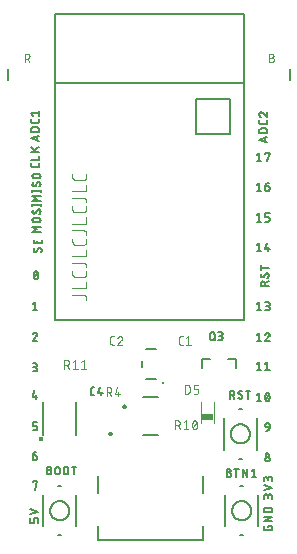
<source format=gbr>
G04 EAGLE Gerber RS-274X export*
G75*
%MOMM*%
%FSLAX34Y34*%
%LPD*%
%INSilkscreen Top*%
%IPPOS*%
%AMOC8*
5,1,8,0,0,1.08239X$1,22.5*%
G01*
%ADD10C,0.101600*%
%ADD11C,0.127000*%
%ADD12C,0.203200*%
%ADD13C,0.254000*%
%ADD14C,0.152400*%
%ADD15C,0.200000*%
%ADD16C,0.076200*%
%ADD17R,1.100000X0.600000*%
%ADD18C,0.400000*%


D10*
X63808Y212403D02*
X72896Y212403D01*
X72896Y212402D02*
X72995Y212400D01*
X73095Y212394D01*
X73194Y212385D01*
X73292Y212372D01*
X73390Y212355D01*
X73488Y212334D01*
X73584Y212309D01*
X73679Y212281D01*
X73773Y212249D01*
X73866Y212214D01*
X73958Y212175D01*
X74048Y212132D01*
X74136Y212087D01*
X74223Y212037D01*
X74307Y211985D01*
X74390Y211929D01*
X74470Y211871D01*
X74548Y211809D01*
X74623Y211744D01*
X74696Y211676D01*
X74766Y211606D01*
X74834Y211533D01*
X74899Y211458D01*
X74961Y211380D01*
X75019Y211300D01*
X75075Y211217D01*
X75127Y211133D01*
X75177Y211046D01*
X75222Y210958D01*
X75265Y210868D01*
X75304Y210776D01*
X75339Y210683D01*
X75371Y210589D01*
X75399Y210494D01*
X75424Y210398D01*
X75445Y210300D01*
X75462Y210202D01*
X75475Y210104D01*
X75484Y210005D01*
X75490Y209905D01*
X75492Y209806D01*
X75492Y208508D01*
X75492Y218080D02*
X63808Y218080D01*
X75492Y218080D02*
X75492Y223273D01*
X75492Y230145D02*
X75492Y232742D01*
X75492Y230145D02*
X75490Y230046D01*
X75484Y229946D01*
X75475Y229847D01*
X75462Y229749D01*
X75445Y229651D01*
X75424Y229553D01*
X75399Y229457D01*
X75371Y229362D01*
X75339Y229268D01*
X75304Y229175D01*
X75265Y229083D01*
X75222Y228993D01*
X75177Y228905D01*
X75127Y228818D01*
X75075Y228734D01*
X75019Y228651D01*
X74961Y228571D01*
X74899Y228493D01*
X74834Y228418D01*
X74766Y228345D01*
X74696Y228275D01*
X74623Y228207D01*
X74548Y228142D01*
X74470Y228080D01*
X74390Y228022D01*
X74307Y227966D01*
X74223Y227914D01*
X74136Y227864D01*
X74048Y227819D01*
X73958Y227776D01*
X73866Y227737D01*
X73773Y227702D01*
X73679Y227670D01*
X73584Y227642D01*
X73488Y227617D01*
X73390Y227596D01*
X73292Y227579D01*
X73194Y227566D01*
X73095Y227557D01*
X72995Y227551D01*
X72896Y227549D01*
X66404Y227549D01*
X66404Y227548D02*
X66305Y227550D01*
X66205Y227556D01*
X66106Y227565D01*
X66008Y227578D01*
X65910Y227596D01*
X65812Y227616D01*
X65716Y227641D01*
X65620Y227669D01*
X65526Y227701D01*
X65433Y227736D01*
X65342Y227775D01*
X65252Y227818D01*
X65163Y227863D01*
X65077Y227913D01*
X64992Y227965D01*
X64910Y228021D01*
X64830Y228080D01*
X64752Y228141D01*
X64676Y228206D01*
X64603Y228274D01*
X64533Y228344D01*
X64465Y228417D01*
X64400Y228493D01*
X64339Y228571D01*
X64280Y228651D01*
X64224Y228733D01*
X64172Y228818D01*
X64123Y228904D01*
X64077Y228993D01*
X64034Y229083D01*
X63995Y229174D01*
X63960Y229267D01*
X63928Y229361D01*
X63900Y229457D01*
X63875Y229553D01*
X63855Y229651D01*
X63837Y229749D01*
X63824Y229847D01*
X63815Y229946D01*
X63809Y230045D01*
X63807Y230145D01*
X63808Y230145D02*
X63808Y232742D01*
X63808Y239835D02*
X72896Y239835D01*
X72896Y239834D02*
X72995Y239832D01*
X73095Y239826D01*
X73194Y239817D01*
X73292Y239804D01*
X73390Y239787D01*
X73488Y239766D01*
X73584Y239741D01*
X73679Y239713D01*
X73773Y239681D01*
X73866Y239646D01*
X73958Y239607D01*
X74048Y239564D01*
X74136Y239519D01*
X74223Y239469D01*
X74307Y239417D01*
X74390Y239361D01*
X74470Y239303D01*
X74548Y239241D01*
X74623Y239176D01*
X74696Y239108D01*
X74766Y239038D01*
X74834Y238965D01*
X74899Y238890D01*
X74961Y238812D01*
X75019Y238732D01*
X75075Y238649D01*
X75127Y238565D01*
X75177Y238478D01*
X75222Y238390D01*
X75265Y238300D01*
X75304Y238208D01*
X75339Y238115D01*
X75371Y238021D01*
X75399Y237926D01*
X75424Y237830D01*
X75445Y237732D01*
X75462Y237634D01*
X75475Y237536D01*
X75484Y237437D01*
X75490Y237337D01*
X75492Y237238D01*
X75492Y235940D01*
X75492Y245512D02*
X63808Y245512D01*
X75492Y245512D02*
X75492Y250705D01*
X75492Y257577D02*
X75492Y260174D01*
X75492Y257577D02*
X75490Y257478D01*
X75484Y257378D01*
X75475Y257279D01*
X75462Y257181D01*
X75445Y257083D01*
X75424Y256985D01*
X75399Y256889D01*
X75371Y256794D01*
X75339Y256700D01*
X75304Y256607D01*
X75265Y256515D01*
X75222Y256425D01*
X75177Y256337D01*
X75127Y256250D01*
X75075Y256166D01*
X75019Y256083D01*
X74961Y256003D01*
X74899Y255925D01*
X74834Y255850D01*
X74766Y255777D01*
X74696Y255707D01*
X74623Y255639D01*
X74548Y255574D01*
X74470Y255512D01*
X74390Y255454D01*
X74307Y255398D01*
X74223Y255346D01*
X74136Y255296D01*
X74048Y255251D01*
X73958Y255208D01*
X73866Y255169D01*
X73773Y255134D01*
X73679Y255102D01*
X73584Y255074D01*
X73488Y255049D01*
X73390Y255028D01*
X73292Y255011D01*
X73194Y254998D01*
X73095Y254989D01*
X72995Y254983D01*
X72896Y254981D01*
X66404Y254981D01*
X66404Y254980D02*
X66305Y254982D01*
X66205Y254988D01*
X66106Y254997D01*
X66008Y255010D01*
X65910Y255028D01*
X65812Y255048D01*
X65716Y255073D01*
X65620Y255101D01*
X65526Y255133D01*
X65433Y255168D01*
X65342Y255207D01*
X65252Y255250D01*
X65163Y255295D01*
X65077Y255345D01*
X64992Y255397D01*
X64910Y255453D01*
X64830Y255512D01*
X64752Y255573D01*
X64676Y255638D01*
X64603Y255706D01*
X64533Y255776D01*
X64465Y255849D01*
X64400Y255925D01*
X64339Y256003D01*
X64280Y256083D01*
X64224Y256165D01*
X64172Y256250D01*
X64123Y256336D01*
X64077Y256425D01*
X64034Y256515D01*
X63995Y256606D01*
X63960Y256699D01*
X63928Y256793D01*
X63900Y256889D01*
X63875Y256985D01*
X63855Y257083D01*
X63837Y257181D01*
X63824Y257279D01*
X63815Y257378D01*
X63809Y257477D01*
X63807Y257577D01*
X63808Y257577D02*
X63808Y260174D01*
X63808Y267267D02*
X72896Y267267D01*
X72896Y267266D02*
X72995Y267264D01*
X73095Y267258D01*
X73194Y267249D01*
X73292Y267236D01*
X73390Y267219D01*
X73488Y267198D01*
X73584Y267173D01*
X73679Y267145D01*
X73773Y267113D01*
X73866Y267078D01*
X73958Y267039D01*
X74048Y266996D01*
X74136Y266951D01*
X74223Y266901D01*
X74307Y266849D01*
X74390Y266793D01*
X74470Y266735D01*
X74548Y266673D01*
X74623Y266608D01*
X74696Y266540D01*
X74766Y266470D01*
X74834Y266397D01*
X74899Y266322D01*
X74961Y266244D01*
X75019Y266164D01*
X75075Y266081D01*
X75127Y265997D01*
X75177Y265910D01*
X75222Y265822D01*
X75265Y265732D01*
X75304Y265640D01*
X75339Y265547D01*
X75371Y265453D01*
X75399Y265358D01*
X75424Y265262D01*
X75445Y265164D01*
X75462Y265066D01*
X75475Y264968D01*
X75484Y264869D01*
X75490Y264769D01*
X75492Y264670D01*
X75492Y263372D01*
X75492Y272944D02*
X63808Y272944D01*
X75492Y272944D02*
X75492Y278137D01*
X75492Y285009D02*
X75492Y287606D01*
X75492Y285009D02*
X75490Y284910D01*
X75484Y284810D01*
X75475Y284711D01*
X75462Y284613D01*
X75445Y284515D01*
X75424Y284417D01*
X75399Y284321D01*
X75371Y284226D01*
X75339Y284132D01*
X75304Y284039D01*
X75265Y283947D01*
X75222Y283857D01*
X75177Y283769D01*
X75127Y283682D01*
X75075Y283598D01*
X75019Y283515D01*
X74961Y283435D01*
X74899Y283357D01*
X74834Y283282D01*
X74766Y283209D01*
X74696Y283139D01*
X74623Y283071D01*
X74548Y283006D01*
X74470Y282944D01*
X74390Y282886D01*
X74307Y282830D01*
X74223Y282778D01*
X74136Y282728D01*
X74048Y282683D01*
X73958Y282640D01*
X73866Y282601D01*
X73773Y282566D01*
X73679Y282534D01*
X73584Y282506D01*
X73488Y282481D01*
X73390Y282460D01*
X73292Y282443D01*
X73194Y282430D01*
X73095Y282421D01*
X72995Y282415D01*
X72896Y282413D01*
X66404Y282413D01*
X66404Y282412D02*
X66305Y282414D01*
X66205Y282420D01*
X66106Y282429D01*
X66008Y282442D01*
X65910Y282460D01*
X65812Y282480D01*
X65716Y282505D01*
X65620Y282533D01*
X65526Y282565D01*
X65433Y282600D01*
X65342Y282639D01*
X65252Y282682D01*
X65163Y282727D01*
X65077Y282777D01*
X64992Y282829D01*
X64910Y282885D01*
X64830Y282944D01*
X64752Y283005D01*
X64676Y283070D01*
X64603Y283138D01*
X64533Y283208D01*
X64465Y283281D01*
X64400Y283357D01*
X64339Y283435D01*
X64280Y283515D01*
X64224Y283597D01*
X64172Y283682D01*
X64123Y283768D01*
X64077Y283857D01*
X64034Y283947D01*
X63995Y284038D01*
X63960Y284131D01*
X63928Y284225D01*
X63900Y284321D01*
X63875Y284417D01*
X63855Y284515D01*
X63837Y284613D01*
X63824Y284711D01*
X63815Y284810D01*
X63809Y284909D01*
X63807Y285009D01*
X63808Y285009D02*
X63808Y287606D01*
X63808Y294699D02*
X72896Y294699D01*
X72896Y294698D02*
X72995Y294696D01*
X73095Y294690D01*
X73194Y294681D01*
X73292Y294668D01*
X73390Y294651D01*
X73488Y294630D01*
X73584Y294605D01*
X73679Y294577D01*
X73773Y294545D01*
X73866Y294510D01*
X73958Y294471D01*
X74048Y294428D01*
X74136Y294383D01*
X74223Y294333D01*
X74307Y294281D01*
X74390Y294225D01*
X74470Y294167D01*
X74548Y294105D01*
X74623Y294040D01*
X74696Y293972D01*
X74766Y293902D01*
X74834Y293829D01*
X74899Y293754D01*
X74961Y293676D01*
X75019Y293596D01*
X75075Y293513D01*
X75127Y293429D01*
X75177Y293342D01*
X75222Y293254D01*
X75265Y293164D01*
X75304Y293072D01*
X75339Y292979D01*
X75371Y292885D01*
X75399Y292790D01*
X75424Y292694D01*
X75445Y292596D01*
X75462Y292498D01*
X75475Y292400D01*
X75484Y292301D01*
X75490Y292201D01*
X75492Y292102D01*
X75492Y290804D01*
X75492Y300376D02*
X63808Y300376D01*
X75492Y300376D02*
X75492Y305569D01*
X75492Y312441D02*
X75492Y315038D01*
X75492Y312441D02*
X75490Y312342D01*
X75484Y312242D01*
X75475Y312143D01*
X75462Y312045D01*
X75445Y311947D01*
X75424Y311849D01*
X75399Y311753D01*
X75371Y311658D01*
X75339Y311564D01*
X75304Y311471D01*
X75265Y311379D01*
X75222Y311289D01*
X75177Y311201D01*
X75127Y311114D01*
X75075Y311030D01*
X75019Y310947D01*
X74961Y310867D01*
X74899Y310789D01*
X74834Y310714D01*
X74766Y310641D01*
X74696Y310571D01*
X74623Y310503D01*
X74548Y310438D01*
X74470Y310376D01*
X74390Y310318D01*
X74307Y310262D01*
X74223Y310210D01*
X74136Y310160D01*
X74048Y310115D01*
X73958Y310072D01*
X73866Y310033D01*
X73773Y309998D01*
X73679Y309966D01*
X73584Y309938D01*
X73488Y309913D01*
X73390Y309892D01*
X73292Y309875D01*
X73194Y309862D01*
X73095Y309853D01*
X72995Y309847D01*
X72896Y309845D01*
X66404Y309845D01*
X66404Y309844D02*
X66305Y309846D01*
X66205Y309852D01*
X66106Y309861D01*
X66008Y309874D01*
X65910Y309892D01*
X65812Y309912D01*
X65716Y309937D01*
X65620Y309965D01*
X65526Y309997D01*
X65433Y310032D01*
X65342Y310071D01*
X65252Y310114D01*
X65163Y310159D01*
X65077Y310209D01*
X64992Y310261D01*
X64910Y310317D01*
X64830Y310376D01*
X64752Y310437D01*
X64676Y310502D01*
X64603Y310570D01*
X64533Y310640D01*
X64465Y310713D01*
X64400Y310789D01*
X64339Y310867D01*
X64280Y310947D01*
X64224Y311029D01*
X64172Y311114D01*
X64123Y311200D01*
X64077Y311289D01*
X64034Y311379D01*
X63995Y311470D01*
X63960Y311563D01*
X63928Y311657D01*
X63900Y311753D01*
X63875Y311849D01*
X63855Y311947D01*
X63837Y312045D01*
X63824Y312143D01*
X63815Y312242D01*
X63809Y312341D01*
X63807Y312441D01*
X63808Y312441D02*
X63808Y315038D01*
X23508Y409508D02*
X23508Y416620D01*
X25484Y416620D01*
X25571Y416618D01*
X25659Y416612D01*
X25746Y416603D01*
X25832Y416589D01*
X25918Y416572D01*
X26002Y416551D01*
X26086Y416526D01*
X26169Y416497D01*
X26250Y416465D01*
X26330Y416430D01*
X26408Y416391D01*
X26485Y416348D01*
X26559Y416302D01*
X26631Y416253D01*
X26701Y416201D01*
X26769Y416145D01*
X26834Y416087D01*
X26897Y416026D01*
X26956Y415962D01*
X27013Y415895D01*
X27067Y415827D01*
X27118Y415755D01*
X27165Y415682D01*
X27210Y415607D01*
X27251Y415529D01*
X27288Y415450D01*
X27322Y415370D01*
X27352Y415288D01*
X27379Y415205D01*
X27402Y415120D01*
X27421Y415035D01*
X27436Y414949D01*
X27448Y414862D01*
X27456Y414775D01*
X27460Y414688D01*
X27460Y414600D01*
X27456Y414513D01*
X27448Y414426D01*
X27436Y414339D01*
X27421Y414253D01*
X27402Y414168D01*
X27379Y414083D01*
X27352Y414000D01*
X27322Y413918D01*
X27288Y413838D01*
X27251Y413759D01*
X27210Y413681D01*
X27165Y413606D01*
X27118Y413533D01*
X27067Y413461D01*
X27013Y413393D01*
X26956Y413326D01*
X26897Y413262D01*
X26834Y413201D01*
X26769Y413143D01*
X26701Y413087D01*
X26631Y413035D01*
X26559Y412986D01*
X26485Y412940D01*
X26408Y412897D01*
X26330Y412858D01*
X26250Y412823D01*
X26169Y412791D01*
X26086Y412762D01*
X26002Y412737D01*
X25918Y412716D01*
X25832Y412699D01*
X25746Y412685D01*
X25659Y412676D01*
X25571Y412670D01*
X25484Y412668D01*
X25484Y412669D02*
X23508Y412669D01*
X25879Y412669D02*
X27459Y409508D01*
X230508Y413459D02*
X232484Y413459D01*
X232484Y413460D02*
X232571Y413458D01*
X232659Y413452D01*
X232746Y413443D01*
X232832Y413429D01*
X232918Y413412D01*
X233002Y413391D01*
X233086Y413366D01*
X233169Y413337D01*
X233250Y413305D01*
X233330Y413270D01*
X233408Y413231D01*
X233485Y413188D01*
X233559Y413142D01*
X233631Y413093D01*
X233701Y413041D01*
X233769Y412985D01*
X233834Y412927D01*
X233897Y412866D01*
X233956Y412802D01*
X234013Y412735D01*
X234067Y412667D01*
X234118Y412595D01*
X234165Y412522D01*
X234210Y412447D01*
X234251Y412369D01*
X234288Y412290D01*
X234322Y412210D01*
X234352Y412128D01*
X234379Y412045D01*
X234402Y411960D01*
X234421Y411875D01*
X234436Y411789D01*
X234448Y411702D01*
X234456Y411615D01*
X234460Y411528D01*
X234460Y411440D01*
X234456Y411353D01*
X234448Y411266D01*
X234436Y411179D01*
X234421Y411093D01*
X234402Y411008D01*
X234379Y410923D01*
X234352Y410840D01*
X234322Y410758D01*
X234288Y410678D01*
X234251Y410599D01*
X234210Y410521D01*
X234165Y410446D01*
X234118Y410373D01*
X234067Y410301D01*
X234013Y410233D01*
X233956Y410166D01*
X233897Y410102D01*
X233834Y410041D01*
X233769Y409983D01*
X233701Y409927D01*
X233631Y409875D01*
X233559Y409826D01*
X233485Y409780D01*
X233408Y409737D01*
X233330Y409698D01*
X233250Y409663D01*
X233169Y409631D01*
X233086Y409602D01*
X233002Y409577D01*
X232918Y409556D01*
X232832Y409539D01*
X232746Y409525D01*
X232659Y409516D01*
X232571Y409510D01*
X232484Y409508D01*
X230508Y409508D01*
X230508Y416620D01*
X232484Y416620D01*
X232563Y416618D01*
X232641Y416612D01*
X232719Y416602D01*
X232797Y416589D01*
X232874Y416571D01*
X232950Y416550D01*
X233024Y416525D01*
X233098Y416496D01*
X233170Y416464D01*
X233240Y416428D01*
X233308Y416388D01*
X233374Y416345D01*
X233438Y416299D01*
X233500Y416250D01*
X233559Y416198D01*
X233615Y416143D01*
X233669Y416085D01*
X233719Y416025D01*
X233767Y415962D01*
X233811Y415897D01*
X233852Y415830D01*
X233890Y415761D01*
X233924Y415690D01*
X233955Y415617D01*
X233982Y415543D01*
X234005Y415468D01*
X234024Y415392D01*
X234040Y415314D01*
X234052Y415236D01*
X234060Y415158D01*
X234064Y415079D01*
X234064Y415001D01*
X234060Y414922D01*
X234052Y414844D01*
X234040Y414766D01*
X234024Y414688D01*
X234005Y414612D01*
X233982Y414537D01*
X233955Y414463D01*
X233924Y414390D01*
X233890Y414319D01*
X233852Y414250D01*
X233811Y414183D01*
X233767Y414118D01*
X233719Y414055D01*
X233669Y413995D01*
X233615Y413937D01*
X233559Y413882D01*
X233500Y413830D01*
X233438Y413781D01*
X233374Y413735D01*
X233308Y413692D01*
X233240Y413652D01*
X233170Y413616D01*
X233098Y413584D01*
X233024Y413555D01*
X232950Y413530D01*
X232874Y413509D01*
X232797Y413491D01*
X232719Y413478D01*
X232641Y413468D01*
X232563Y413462D01*
X232484Y413460D01*
D11*
X35790Y342785D02*
X28932Y345071D01*
X35790Y347357D01*
X34076Y346786D02*
X34076Y343357D01*
X35790Y350725D02*
X28932Y350725D01*
X28932Y352630D01*
X28934Y352715D01*
X28940Y352801D01*
X28949Y352886D01*
X28963Y352970D01*
X28980Y353054D01*
X29001Y353137D01*
X29025Y353219D01*
X29053Y353299D01*
X29085Y353379D01*
X29121Y353457D01*
X29159Y353533D01*
X29202Y353607D01*
X29247Y353679D01*
X29296Y353750D01*
X29348Y353818D01*
X29402Y353883D01*
X29460Y353946D01*
X29521Y354007D01*
X29584Y354065D01*
X29649Y354119D01*
X29717Y354171D01*
X29788Y354220D01*
X29860Y354265D01*
X29934Y354308D01*
X30010Y354346D01*
X30088Y354382D01*
X30168Y354414D01*
X30248Y354442D01*
X30330Y354466D01*
X30413Y354487D01*
X30497Y354504D01*
X30581Y354518D01*
X30666Y354527D01*
X30752Y354533D01*
X30837Y354535D01*
X33885Y354535D01*
X33970Y354533D01*
X34056Y354527D01*
X34141Y354518D01*
X34225Y354504D01*
X34309Y354487D01*
X34392Y354466D01*
X34474Y354442D01*
X34554Y354414D01*
X34634Y354382D01*
X34712Y354346D01*
X34788Y354308D01*
X34862Y354265D01*
X34934Y354220D01*
X35005Y354171D01*
X35073Y354119D01*
X35138Y354065D01*
X35201Y354007D01*
X35262Y353946D01*
X35320Y353883D01*
X35374Y353818D01*
X35426Y353750D01*
X35475Y353679D01*
X35520Y353607D01*
X35563Y353533D01*
X35601Y353457D01*
X35637Y353379D01*
X35669Y353299D01*
X35697Y353219D01*
X35721Y353137D01*
X35742Y353054D01*
X35759Y352970D01*
X35773Y352886D01*
X35782Y352801D01*
X35788Y352715D01*
X35790Y352630D01*
X35790Y350725D01*
X35790Y359777D02*
X35790Y361301D01*
X35790Y359777D02*
X35788Y359700D01*
X35782Y359623D01*
X35772Y359546D01*
X35759Y359470D01*
X35741Y359395D01*
X35720Y359321D01*
X35695Y359248D01*
X35666Y359176D01*
X35634Y359106D01*
X35599Y359037D01*
X35559Y358971D01*
X35517Y358906D01*
X35471Y358844D01*
X35422Y358784D01*
X35371Y358727D01*
X35316Y358672D01*
X35259Y358621D01*
X35199Y358572D01*
X35137Y358526D01*
X35072Y358484D01*
X35006Y358444D01*
X34937Y358409D01*
X34867Y358377D01*
X34795Y358348D01*
X34722Y358323D01*
X34648Y358302D01*
X34573Y358284D01*
X34497Y358271D01*
X34420Y358261D01*
X34343Y358255D01*
X34266Y358253D01*
X30456Y358253D01*
X30379Y358255D01*
X30302Y358261D01*
X30225Y358271D01*
X30149Y358284D01*
X30074Y358302D01*
X30000Y358323D01*
X29927Y358348D01*
X29855Y358377D01*
X29785Y358409D01*
X29716Y358444D01*
X29650Y358484D01*
X29585Y358526D01*
X29523Y358572D01*
X29463Y358621D01*
X29406Y358672D01*
X29351Y358727D01*
X29300Y358784D01*
X29251Y358844D01*
X29205Y358906D01*
X29163Y358971D01*
X29123Y359037D01*
X29088Y359106D01*
X29056Y359176D01*
X29027Y359248D01*
X29002Y359321D01*
X28981Y359395D01*
X28963Y359470D01*
X28950Y359546D01*
X28940Y359623D01*
X28934Y359700D01*
X28932Y359777D01*
X28932Y361301D01*
X30456Y364380D02*
X28932Y366285D01*
X35790Y366285D01*
X35790Y364380D02*
X35790Y368190D01*
X35790Y323833D02*
X35790Y322309D01*
X35788Y322232D01*
X35782Y322155D01*
X35772Y322078D01*
X35759Y322002D01*
X35741Y321927D01*
X35720Y321853D01*
X35695Y321780D01*
X35666Y321708D01*
X35634Y321638D01*
X35599Y321569D01*
X35559Y321503D01*
X35517Y321438D01*
X35471Y321376D01*
X35422Y321316D01*
X35371Y321259D01*
X35316Y321204D01*
X35259Y321153D01*
X35199Y321104D01*
X35137Y321058D01*
X35072Y321016D01*
X35006Y320976D01*
X34937Y320941D01*
X34867Y320909D01*
X34795Y320880D01*
X34722Y320855D01*
X34648Y320834D01*
X34573Y320816D01*
X34497Y320803D01*
X34420Y320793D01*
X34343Y320787D01*
X34266Y320785D01*
X30456Y320785D01*
X30379Y320787D01*
X30302Y320793D01*
X30225Y320803D01*
X30149Y320816D01*
X30074Y320834D01*
X30000Y320855D01*
X29927Y320880D01*
X29855Y320909D01*
X29785Y320941D01*
X29716Y320976D01*
X29650Y321016D01*
X29585Y321058D01*
X29523Y321104D01*
X29463Y321153D01*
X29406Y321204D01*
X29351Y321259D01*
X29300Y321316D01*
X29251Y321376D01*
X29205Y321438D01*
X29163Y321503D01*
X29123Y321569D01*
X29088Y321638D01*
X29056Y321708D01*
X29027Y321780D01*
X29002Y321853D01*
X28981Y321927D01*
X28963Y322002D01*
X28950Y322078D01*
X28940Y322155D01*
X28934Y322232D01*
X28932Y322309D01*
X28932Y323833D01*
X28932Y327178D02*
X35790Y327178D01*
X35790Y330226D01*
X35790Y333656D02*
X28932Y333656D01*
X28932Y337466D02*
X33123Y333656D01*
X31599Y335180D02*
X35790Y337466D01*
X36790Y291785D02*
X29932Y291785D01*
X33742Y294071D01*
X29932Y296357D01*
X36790Y296357D01*
X36790Y300655D02*
X29932Y300655D01*
X36790Y299893D02*
X36790Y301417D01*
X29932Y301417D02*
X29932Y299893D01*
X36790Y306644D02*
X36788Y306721D01*
X36782Y306798D01*
X36772Y306875D01*
X36759Y306951D01*
X36741Y307026D01*
X36720Y307100D01*
X36695Y307173D01*
X36666Y307245D01*
X36634Y307315D01*
X36599Y307384D01*
X36559Y307450D01*
X36517Y307515D01*
X36471Y307577D01*
X36422Y307637D01*
X36371Y307694D01*
X36316Y307749D01*
X36259Y307800D01*
X36199Y307849D01*
X36137Y307895D01*
X36072Y307937D01*
X36006Y307977D01*
X35937Y308012D01*
X35867Y308044D01*
X35795Y308073D01*
X35722Y308098D01*
X35648Y308119D01*
X35573Y308137D01*
X35497Y308150D01*
X35420Y308160D01*
X35343Y308166D01*
X35266Y308168D01*
X36790Y306644D02*
X36788Y306534D01*
X36782Y306423D01*
X36773Y306313D01*
X36760Y306203D01*
X36743Y306094D01*
X36722Y305986D01*
X36698Y305878D01*
X36669Y305771D01*
X36638Y305665D01*
X36602Y305561D01*
X36563Y305457D01*
X36521Y305355D01*
X36475Y305255D01*
X36425Y305156D01*
X36373Y305059D01*
X36316Y304963D01*
X36257Y304870D01*
X36195Y304779D01*
X36129Y304690D01*
X36061Y304603D01*
X35989Y304519D01*
X35915Y304437D01*
X35838Y304358D01*
X31456Y304548D02*
X31379Y304550D01*
X31302Y304556D01*
X31225Y304566D01*
X31149Y304579D01*
X31074Y304597D01*
X31000Y304618D01*
X30927Y304643D01*
X30855Y304672D01*
X30785Y304704D01*
X30716Y304739D01*
X30650Y304779D01*
X30585Y304821D01*
X30523Y304867D01*
X30463Y304916D01*
X30406Y304967D01*
X30351Y305022D01*
X30300Y305079D01*
X30251Y305139D01*
X30205Y305201D01*
X30163Y305266D01*
X30123Y305332D01*
X30088Y305401D01*
X30056Y305471D01*
X30027Y305543D01*
X30002Y305616D01*
X29981Y305690D01*
X29963Y305765D01*
X29950Y305841D01*
X29940Y305918D01*
X29934Y305995D01*
X29932Y306072D01*
X29934Y306174D01*
X29939Y306276D01*
X29948Y306378D01*
X29961Y306479D01*
X29978Y306580D01*
X29997Y306680D01*
X30021Y306780D01*
X30048Y306878D01*
X30079Y306976D01*
X30113Y307072D01*
X30150Y307167D01*
X30191Y307261D01*
X30235Y307353D01*
X30283Y307443D01*
X30333Y307532D01*
X30387Y307619D01*
X30444Y307704D01*
X30504Y307787D01*
X32790Y305310D02*
X32749Y305245D01*
X32706Y305182D01*
X32659Y305122D01*
X32609Y305063D01*
X32557Y305008D01*
X32502Y304955D01*
X32444Y304904D01*
X32384Y304857D01*
X32321Y304813D01*
X32257Y304771D01*
X32191Y304733D01*
X32122Y304699D01*
X32052Y304668D01*
X31981Y304640D01*
X31909Y304616D01*
X31835Y304595D01*
X31760Y304578D01*
X31685Y304565D01*
X31609Y304556D01*
X31533Y304550D01*
X31456Y304548D01*
X33932Y307406D02*
X33973Y307471D01*
X34016Y307534D01*
X34063Y307594D01*
X34113Y307653D01*
X34165Y307708D01*
X34220Y307761D01*
X34278Y307812D01*
X34338Y307859D01*
X34401Y307903D01*
X34465Y307945D01*
X34531Y307983D01*
X34600Y308017D01*
X34670Y308048D01*
X34741Y308076D01*
X34813Y308100D01*
X34887Y308121D01*
X34962Y308138D01*
X35037Y308151D01*
X35113Y308160D01*
X35189Y308166D01*
X35266Y308168D01*
X33933Y307406D02*
X32790Y305310D01*
X31837Y311429D02*
X34885Y311429D01*
X31837Y311429D02*
X31752Y311431D01*
X31666Y311437D01*
X31581Y311446D01*
X31497Y311460D01*
X31413Y311477D01*
X31330Y311498D01*
X31248Y311522D01*
X31168Y311550D01*
X31088Y311582D01*
X31010Y311618D01*
X30934Y311656D01*
X30860Y311699D01*
X30788Y311744D01*
X30717Y311793D01*
X30649Y311845D01*
X30584Y311899D01*
X30521Y311957D01*
X30460Y312018D01*
X30402Y312081D01*
X30348Y312146D01*
X30296Y312214D01*
X30247Y312285D01*
X30202Y312357D01*
X30159Y312431D01*
X30121Y312507D01*
X30085Y312585D01*
X30053Y312665D01*
X30025Y312745D01*
X30001Y312827D01*
X29980Y312910D01*
X29963Y312994D01*
X29949Y313078D01*
X29940Y313163D01*
X29934Y313249D01*
X29932Y313334D01*
X29934Y313419D01*
X29940Y313505D01*
X29949Y313590D01*
X29963Y313674D01*
X29980Y313758D01*
X30001Y313841D01*
X30025Y313923D01*
X30053Y314003D01*
X30085Y314083D01*
X30121Y314161D01*
X30159Y314237D01*
X30202Y314311D01*
X30247Y314383D01*
X30296Y314454D01*
X30348Y314522D01*
X30402Y314587D01*
X30460Y314650D01*
X30521Y314711D01*
X30584Y314769D01*
X30649Y314823D01*
X30717Y314875D01*
X30788Y314924D01*
X30860Y314969D01*
X30934Y315012D01*
X31010Y315050D01*
X31088Y315086D01*
X31168Y315118D01*
X31248Y315146D01*
X31330Y315170D01*
X31413Y315191D01*
X31497Y315208D01*
X31581Y315222D01*
X31666Y315231D01*
X31752Y315237D01*
X31837Y315239D01*
X34885Y315239D01*
X34970Y315237D01*
X35056Y315231D01*
X35141Y315222D01*
X35225Y315208D01*
X35309Y315191D01*
X35392Y315170D01*
X35474Y315146D01*
X35554Y315118D01*
X35634Y315086D01*
X35712Y315050D01*
X35788Y315012D01*
X35862Y314969D01*
X35934Y314924D01*
X36005Y314875D01*
X36073Y314823D01*
X36138Y314769D01*
X36201Y314711D01*
X36262Y314650D01*
X36320Y314587D01*
X36374Y314522D01*
X36426Y314454D01*
X36475Y314383D01*
X36520Y314311D01*
X36563Y314237D01*
X36601Y314161D01*
X36637Y314083D01*
X36669Y314003D01*
X36697Y313923D01*
X36721Y313841D01*
X36742Y313758D01*
X36759Y313674D01*
X36773Y313590D01*
X36782Y313505D01*
X36788Y313419D01*
X36790Y313334D01*
X36788Y313249D01*
X36782Y313163D01*
X36773Y313078D01*
X36759Y312994D01*
X36742Y312910D01*
X36721Y312827D01*
X36697Y312745D01*
X36669Y312665D01*
X36637Y312585D01*
X36601Y312507D01*
X36563Y312431D01*
X36520Y312357D01*
X36475Y312285D01*
X36426Y312214D01*
X36374Y312146D01*
X36320Y312081D01*
X36262Y312018D01*
X36201Y311957D01*
X36138Y311899D01*
X36073Y311845D01*
X36005Y311793D01*
X35934Y311744D01*
X35862Y311699D01*
X35788Y311656D01*
X35712Y311618D01*
X35634Y311582D01*
X35554Y311550D01*
X35474Y311522D01*
X35392Y311498D01*
X35309Y311477D01*
X35225Y311460D01*
X35141Y311446D01*
X35056Y311437D01*
X34970Y311431D01*
X34885Y311429D01*
X36790Y265785D02*
X29932Y265785D01*
X33742Y268071D01*
X29932Y270357D01*
X36790Y270357D01*
X34885Y274213D02*
X31837Y274213D01*
X31752Y274215D01*
X31666Y274221D01*
X31581Y274230D01*
X31497Y274244D01*
X31413Y274261D01*
X31330Y274282D01*
X31248Y274306D01*
X31168Y274334D01*
X31088Y274366D01*
X31010Y274402D01*
X30934Y274440D01*
X30860Y274483D01*
X30788Y274528D01*
X30717Y274577D01*
X30649Y274629D01*
X30584Y274683D01*
X30521Y274741D01*
X30460Y274802D01*
X30402Y274865D01*
X30348Y274930D01*
X30296Y274998D01*
X30247Y275069D01*
X30202Y275141D01*
X30159Y275215D01*
X30121Y275291D01*
X30085Y275369D01*
X30053Y275449D01*
X30025Y275529D01*
X30001Y275611D01*
X29980Y275694D01*
X29963Y275778D01*
X29949Y275862D01*
X29940Y275947D01*
X29934Y276033D01*
X29932Y276118D01*
X29934Y276203D01*
X29940Y276289D01*
X29949Y276374D01*
X29963Y276458D01*
X29980Y276542D01*
X30001Y276625D01*
X30025Y276707D01*
X30053Y276787D01*
X30085Y276867D01*
X30121Y276945D01*
X30159Y277021D01*
X30202Y277095D01*
X30247Y277167D01*
X30296Y277238D01*
X30348Y277306D01*
X30402Y277371D01*
X30460Y277434D01*
X30521Y277495D01*
X30584Y277553D01*
X30649Y277607D01*
X30717Y277659D01*
X30788Y277708D01*
X30860Y277753D01*
X30934Y277796D01*
X31010Y277834D01*
X31088Y277870D01*
X31168Y277902D01*
X31248Y277930D01*
X31330Y277954D01*
X31413Y277975D01*
X31497Y277992D01*
X31581Y278006D01*
X31666Y278015D01*
X31752Y278021D01*
X31837Y278023D01*
X34885Y278023D01*
X34970Y278021D01*
X35056Y278015D01*
X35141Y278006D01*
X35225Y277992D01*
X35309Y277975D01*
X35392Y277954D01*
X35474Y277930D01*
X35554Y277902D01*
X35634Y277870D01*
X35712Y277834D01*
X35788Y277796D01*
X35862Y277753D01*
X35934Y277708D01*
X36005Y277659D01*
X36073Y277607D01*
X36138Y277553D01*
X36201Y277495D01*
X36262Y277434D01*
X36320Y277371D01*
X36374Y277306D01*
X36426Y277238D01*
X36475Y277167D01*
X36520Y277095D01*
X36563Y277021D01*
X36601Y276945D01*
X36637Y276867D01*
X36669Y276787D01*
X36697Y276707D01*
X36721Y276625D01*
X36742Y276542D01*
X36759Y276458D01*
X36773Y276374D01*
X36782Y276289D01*
X36788Y276203D01*
X36790Y276118D01*
X36788Y276033D01*
X36782Y275947D01*
X36773Y275862D01*
X36759Y275778D01*
X36742Y275694D01*
X36721Y275611D01*
X36697Y275529D01*
X36669Y275449D01*
X36637Y275369D01*
X36601Y275291D01*
X36563Y275215D01*
X36520Y275141D01*
X36475Y275069D01*
X36426Y274998D01*
X36374Y274930D01*
X36320Y274865D01*
X36262Y274802D01*
X36201Y274741D01*
X36138Y274683D01*
X36073Y274629D01*
X36005Y274577D01*
X35934Y274528D01*
X35862Y274483D01*
X35788Y274440D01*
X35712Y274402D01*
X35634Y274366D01*
X35554Y274334D01*
X35474Y274306D01*
X35392Y274282D01*
X35309Y274261D01*
X35225Y274244D01*
X35141Y274230D01*
X35056Y274221D01*
X34970Y274215D01*
X34885Y274213D01*
X36790Y283570D02*
X36788Y283647D01*
X36782Y283724D01*
X36772Y283801D01*
X36759Y283877D01*
X36741Y283952D01*
X36720Y284026D01*
X36695Y284099D01*
X36666Y284171D01*
X36634Y284241D01*
X36599Y284310D01*
X36559Y284376D01*
X36517Y284441D01*
X36471Y284503D01*
X36422Y284563D01*
X36371Y284620D01*
X36316Y284675D01*
X36259Y284726D01*
X36199Y284775D01*
X36137Y284821D01*
X36072Y284863D01*
X36006Y284903D01*
X35937Y284938D01*
X35867Y284970D01*
X35795Y284999D01*
X35722Y285024D01*
X35648Y285045D01*
X35573Y285063D01*
X35497Y285076D01*
X35420Y285086D01*
X35343Y285092D01*
X35266Y285094D01*
X36790Y283570D02*
X36788Y283460D01*
X36782Y283349D01*
X36773Y283239D01*
X36760Y283129D01*
X36743Y283020D01*
X36722Y282912D01*
X36698Y282804D01*
X36669Y282697D01*
X36638Y282591D01*
X36602Y282487D01*
X36563Y282383D01*
X36521Y282281D01*
X36475Y282181D01*
X36425Y282082D01*
X36373Y281985D01*
X36316Y281889D01*
X36257Y281796D01*
X36195Y281705D01*
X36129Y281616D01*
X36061Y281529D01*
X35989Y281445D01*
X35915Y281363D01*
X35838Y281284D01*
X31456Y281475D02*
X31379Y281477D01*
X31302Y281483D01*
X31225Y281493D01*
X31149Y281506D01*
X31074Y281524D01*
X31000Y281545D01*
X30927Y281570D01*
X30855Y281599D01*
X30785Y281631D01*
X30716Y281666D01*
X30650Y281706D01*
X30585Y281748D01*
X30523Y281794D01*
X30463Y281843D01*
X30406Y281894D01*
X30351Y281949D01*
X30300Y282006D01*
X30251Y282066D01*
X30205Y282128D01*
X30163Y282193D01*
X30123Y282259D01*
X30088Y282328D01*
X30056Y282398D01*
X30027Y282470D01*
X30002Y282543D01*
X29981Y282617D01*
X29963Y282692D01*
X29950Y282768D01*
X29940Y282845D01*
X29934Y282922D01*
X29932Y282999D01*
X29934Y283101D01*
X29939Y283203D01*
X29948Y283305D01*
X29961Y283406D01*
X29978Y283507D01*
X29997Y283607D01*
X30021Y283707D01*
X30048Y283805D01*
X30079Y283903D01*
X30113Y283999D01*
X30150Y284094D01*
X30191Y284188D01*
X30235Y284280D01*
X30283Y284370D01*
X30333Y284459D01*
X30387Y284546D01*
X30444Y284631D01*
X30504Y284714D01*
X32790Y282236D02*
X32749Y282171D01*
X32706Y282108D01*
X32659Y282048D01*
X32609Y281989D01*
X32557Y281934D01*
X32502Y281881D01*
X32444Y281830D01*
X32384Y281783D01*
X32321Y281739D01*
X32257Y281697D01*
X32191Y281659D01*
X32122Y281625D01*
X32052Y281594D01*
X31981Y281566D01*
X31909Y281542D01*
X31835Y281521D01*
X31760Y281504D01*
X31685Y281491D01*
X31609Y281482D01*
X31533Y281476D01*
X31456Y281474D01*
X33932Y284332D02*
X33973Y284397D01*
X34016Y284460D01*
X34063Y284520D01*
X34113Y284579D01*
X34165Y284634D01*
X34220Y284687D01*
X34278Y284738D01*
X34338Y284785D01*
X34401Y284829D01*
X34465Y284871D01*
X34531Y284909D01*
X34600Y284943D01*
X34670Y284974D01*
X34741Y285002D01*
X34813Y285026D01*
X34887Y285047D01*
X34962Y285064D01*
X35037Y285077D01*
X35113Y285086D01*
X35189Y285092D01*
X35266Y285094D01*
X33933Y284332D02*
X32790Y282237D01*
X29932Y288797D02*
X36790Y288797D01*
X36790Y288035D02*
X36790Y289559D01*
X29932Y289559D02*
X29932Y288035D01*
X36266Y252595D02*
X36343Y252593D01*
X36420Y252587D01*
X36497Y252577D01*
X36573Y252564D01*
X36648Y252546D01*
X36722Y252525D01*
X36795Y252500D01*
X36867Y252471D01*
X36937Y252439D01*
X37006Y252404D01*
X37072Y252364D01*
X37137Y252322D01*
X37199Y252276D01*
X37259Y252227D01*
X37316Y252176D01*
X37371Y252121D01*
X37422Y252064D01*
X37471Y252004D01*
X37517Y251942D01*
X37559Y251877D01*
X37599Y251811D01*
X37634Y251742D01*
X37666Y251672D01*
X37695Y251600D01*
X37720Y251527D01*
X37741Y251453D01*
X37759Y251378D01*
X37772Y251302D01*
X37782Y251225D01*
X37788Y251148D01*
X37790Y251071D01*
X37788Y250961D01*
X37782Y250850D01*
X37773Y250740D01*
X37760Y250630D01*
X37743Y250521D01*
X37722Y250413D01*
X37698Y250305D01*
X37669Y250198D01*
X37638Y250092D01*
X37602Y249988D01*
X37563Y249884D01*
X37521Y249782D01*
X37475Y249682D01*
X37425Y249583D01*
X37373Y249486D01*
X37316Y249390D01*
X37257Y249297D01*
X37195Y249206D01*
X37129Y249117D01*
X37061Y249030D01*
X36989Y248946D01*
X36915Y248864D01*
X36838Y248785D01*
X32456Y248976D02*
X32379Y248978D01*
X32302Y248984D01*
X32225Y248994D01*
X32149Y249007D01*
X32074Y249025D01*
X32000Y249046D01*
X31927Y249071D01*
X31855Y249100D01*
X31785Y249132D01*
X31716Y249167D01*
X31650Y249207D01*
X31585Y249249D01*
X31523Y249295D01*
X31463Y249344D01*
X31406Y249395D01*
X31351Y249450D01*
X31300Y249507D01*
X31251Y249567D01*
X31205Y249629D01*
X31163Y249694D01*
X31123Y249760D01*
X31088Y249829D01*
X31056Y249899D01*
X31027Y249971D01*
X31002Y250044D01*
X30981Y250118D01*
X30963Y250193D01*
X30950Y250269D01*
X30940Y250346D01*
X30934Y250423D01*
X30932Y250500D01*
X30934Y250602D01*
X30939Y250704D01*
X30948Y250806D01*
X30961Y250907D01*
X30978Y251008D01*
X30997Y251108D01*
X31021Y251208D01*
X31048Y251306D01*
X31079Y251404D01*
X31113Y251500D01*
X31150Y251595D01*
X31191Y251689D01*
X31235Y251781D01*
X31283Y251871D01*
X31333Y251960D01*
X31387Y252047D01*
X31444Y252132D01*
X31504Y252215D01*
X33790Y249737D02*
X33749Y249672D01*
X33706Y249609D01*
X33659Y249549D01*
X33609Y249490D01*
X33557Y249435D01*
X33502Y249382D01*
X33444Y249331D01*
X33384Y249284D01*
X33321Y249240D01*
X33257Y249198D01*
X33191Y249160D01*
X33122Y249126D01*
X33052Y249095D01*
X32981Y249067D01*
X32909Y249043D01*
X32835Y249022D01*
X32760Y249005D01*
X32685Y248992D01*
X32609Y248983D01*
X32533Y248977D01*
X32456Y248975D01*
X34932Y251833D02*
X34973Y251898D01*
X35016Y251961D01*
X35063Y252021D01*
X35113Y252080D01*
X35165Y252135D01*
X35220Y252188D01*
X35278Y252239D01*
X35338Y252286D01*
X35401Y252330D01*
X35465Y252372D01*
X35531Y252410D01*
X35600Y252444D01*
X35670Y252475D01*
X35741Y252503D01*
X35813Y252527D01*
X35887Y252548D01*
X35962Y252565D01*
X36037Y252578D01*
X36113Y252587D01*
X36189Y252593D01*
X36266Y252595D01*
X34933Y251833D02*
X33790Y249738D01*
X37790Y256122D02*
X37790Y259170D01*
X37790Y256122D02*
X30932Y256122D01*
X30932Y259170D01*
X33980Y258408D02*
X33980Y256122D01*
X31632Y231691D02*
X31571Y231562D01*
X31513Y231432D01*
X31459Y231300D01*
X31408Y231167D01*
X31361Y231033D01*
X31316Y230897D01*
X31276Y230761D01*
X31239Y230623D01*
X31205Y230485D01*
X31174Y230346D01*
X31148Y230206D01*
X31124Y230065D01*
X31105Y229924D01*
X31089Y229783D01*
X31076Y229641D01*
X31067Y229499D01*
X31062Y229356D01*
X31060Y229214D01*
X31631Y231690D02*
X31657Y231759D01*
X31686Y231825D01*
X31718Y231891D01*
X31753Y231954D01*
X31792Y232016D01*
X31834Y232076D01*
X31879Y232133D01*
X31927Y232188D01*
X31978Y232240D01*
X32031Y232290D01*
X32087Y232336D01*
X32145Y232380D01*
X32206Y232421D01*
X32268Y232459D01*
X32332Y232493D01*
X32398Y232524D01*
X32466Y232552D01*
X32535Y232576D01*
X32605Y232596D01*
X32676Y232613D01*
X32747Y232626D01*
X32819Y232635D01*
X32892Y232641D01*
X32965Y232643D01*
X33038Y232641D01*
X33111Y232635D01*
X33183Y232626D01*
X33254Y232613D01*
X33325Y232596D01*
X33395Y232576D01*
X33464Y232552D01*
X33532Y232524D01*
X33598Y232493D01*
X33662Y232459D01*
X33724Y232421D01*
X33785Y232380D01*
X33843Y232336D01*
X33899Y232290D01*
X33952Y232240D01*
X34003Y232188D01*
X34051Y232133D01*
X34096Y232076D01*
X34138Y232016D01*
X34177Y231954D01*
X34212Y231891D01*
X34244Y231825D01*
X34273Y231759D01*
X34299Y231690D01*
X34299Y231691D02*
X34360Y231562D01*
X34418Y231432D01*
X34472Y231300D01*
X34523Y231167D01*
X34570Y231033D01*
X34615Y230897D01*
X34655Y230761D01*
X34692Y230623D01*
X34726Y230485D01*
X34757Y230346D01*
X34783Y230206D01*
X34807Y230065D01*
X34826Y229924D01*
X34842Y229783D01*
X34855Y229641D01*
X34864Y229499D01*
X34869Y229356D01*
X34871Y229214D01*
X31060Y229214D02*
X31062Y229072D01*
X31067Y228929D01*
X31076Y228787D01*
X31089Y228645D01*
X31105Y228504D01*
X31124Y228363D01*
X31148Y228222D01*
X31174Y228082D01*
X31205Y227943D01*
X31239Y227805D01*
X31276Y227667D01*
X31316Y227531D01*
X31361Y227395D01*
X31408Y227261D01*
X31459Y227128D01*
X31513Y226996D01*
X31571Y226866D01*
X31632Y226737D01*
X31631Y226738D02*
X31657Y226669D01*
X31686Y226603D01*
X31718Y226537D01*
X31753Y226474D01*
X31792Y226412D01*
X31834Y226352D01*
X31879Y226295D01*
X31927Y226240D01*
X31978Y226188D01*
X32031Y226138D01*
X32087Y226092D01*
X32145Y226048D01*
X32206Y226007D01*
X32268Y225969D01*
X32332Y225935D01*
X32398Y225904D01*
X32466Y225876D01*
X32535Y225852D01*
X32605Y225832D01*
X32676Y225815D01*
X32747Y225802D01*
X32819Y225793D01*
X32892Y225787D01*
X32965Y225785D01*
X34299Y226737D02*
X34360Y226866D01*
X34418Y226996D01*
X34472Y227128D01*
X34523Y227261D01*
X34570Y227395D01*
X34615Y227531D01*
X34655Y227667D01*
X34692Y227805D01*
X34726Y227943D01*
X34757Y228082D01*
X34783Y228222D01*
X34807Y228363D01*
X34826Y228504D01*
X34842Y228645D01*
X34855Y228787D01*
X34864Y228929D01*
X34869Y229072D01*
X34871Y229214D01*
X34299Y226738D02*
X34273Y226669D01*
X34244Y226603D01*
X34212Y226537D01*
X34177Y226474D01*
X34138Y226412D01*
X34096Y226352D01*
X34051Y226295D01*
X34003Y226240D01*
X33952Y226188D01*
X33899Y226138D01*
X33843Y226092D01*
X33785Y226048D01*
X33724Y226007D01*
X33662Y225969D01*
X33598Y225935D01*
X33532Y225904D01*
X33464Y225876D01*
X33395Y225852D01*
X33325Y225832D01*
X33254Y225815D01*
X33183Y225802D01*
X33111Y225793D01*
X33038Y225787D01*
X32965Y225785D01*
X31441Y227309D02*
X34489Y231119D01*
X31965Y206643D02*
X30060Y205119D01*
X31965Y206643D02*
X31965Y199785D01*
X30060Y199785D02*
X33870Y199785D01*
X32156Y180644D02*
X32238Y180642D01*
X32319Y180636D01*
X32400Y180627D01*
X32481Y180613D01*
X32560Y180596D01*
X32639Y180575D01*
X32717Y180550D01*
X32793Y180521D01*
X32868Y180489D01*
X32942Y180453D01*
X33014Y180414D01*
X33083Y180372D01*
X33151Y180326D01*
X33216Y180277D01*
X33279Y180225D01*
X33339Y180170D01*
X33397Y180112D01*
X33452Y180052D01*
X33504Y179989D01*
X33553Y179924D01*
X33599Y179856D01*
X33641Y179787D01*
X33680Y179715D01*
X33716Y179641D01*
X33748Y179566D01*
X33777Y179490D01*
X33802Y179412D01*
X33823Y179333D01*
X33840Y179254D01*
X33854Y179173D01*
X33863Y179092D01*
X33869Y179011D01*
X33871Y178929D01*
X32156Y180643D02*
X32064Y180641D01*
X31972Y180635D01*
X31880Y180626D01*
X31788Y180612D01*
X31698Y180595D01*
X31608Y180574D01*
X31519Y180549D01*
X31431Y180520D01*
X31344Y180488D01*
X31259Y180452D01*
X31176Y180413D01*
X31094Y180370D01*
X31014Y180324D01*
X30936Y180274D01*
X30860Y180222D01*
X30787Y180166D01*
X30716Y180107D01*
X30647Y180045D01*
X30581Y179980D01*
X30518Y179913D01*
X30458Y179843D01*
X30400Y179771D01*
X30346Y179696D01*
X30295Y179619D01*
X30247Y179540D01*
X30203Y179459D01*
X30162Y179376D01*
X30124Y179292D01*
X30090Y179206D01*
X30060Y179119D01*
X33299Y177595D02*
X33358Y177654D01*
X33414Y177715D01*
X33467Y177778D01*
X33518Y177844D01*
X33565Y177912D01*
X33609Y177982D01*
X33650Y178054D01*
X33688Y178128D01*
X33722Y178203D01*
X33753Y178280D01*
X33780Y178358D01*
X33804Y178438D01*
X33825Y178518D01*
X33841Y178599D01*
X33854Y178681D01*
X33864Y178763D01*
X33869Y178846D01*
X33871Y178929D01*
X33299Y177595D02*
X30060Y173785D01*
X33870Y173785D01*
X31965Y147785D02*
X30060Y147785D01*
X31965Y147785D02*
X32050Y147787D01*
X32136Y147793D01*
X32221Y147802D01*
X32305Y147816D01*
X32389Y147833D01*
X32472Y147854D01*
X32554Y147878D01*
X32634Y147906D01*
X32714Y147938D01*
X32792Y147974D01*
X32868Y148012D01*
X32942Y148055D01*
X33014Y148100D01*
X33085Y148149D01*
X33153Y148201D01*
X33218Y148255D01*
X33281Y148313D01*
X33342Y148374D01*
X33400Y148437D01*
X33454Y148502D01*
X33506Y148570D01*
X33555Y148641D01*
X33600Y148713D01*
X33643Y148787D01*
X33681Y148863D01*
X33717Y148941D01*
X33749Y149021D01*
X33777Y149101D01*
X33801Y149183D01*
X33822Y149266D01*
X33839Y149350D01*
X33853Y149434D01*
X33862Y149519D01*
X33868Y149605D01*
X33870Y149690D01*
X33868Y149775D01*
X33862Y149861D01*
X33853Y149946D01*
X33839Y150030D01*
X33822Y150114D01*
X33801Y150197D01*
X33777Y150279D01*
X33749Y150359D01*
X33717Y150439D01*
X33681Y150517D01*
X33643Y150593D01*
X33600Y150667D01*
X33555Y150739D01*
X33506Y150810D01*
X33454Y150878D01*
X33400Y150943D01*
X33342Y151006D01*
X33281Y151067D01*
X33218Y151125D01*
X33153Y151179D01*
X33085Y151231D01*
X33014Y151280D01*
X32942Y151325D01*
X32868Y151368D01*
X32792Y151406D01*
X32714Y151442D01*
X32634Y151474D01*
X32554Y151502D01*
X32472Y151526D01*
X32389Y151547D01*
X32305Y151564D01*
X32221Y151578D01*
X32136Y151587D01*
X32050Y151593D01*
X31965Y151595D01*
X32346Y154643D02*
X30060Y154643D01*
X32346Y154643D02*
X32423Y154641D01*
X32500Y154635D01*
X32577Y154625D01*
X32653Y154612D01*
X32728Y154594D01*
X32802Y154573D01*
X32875Y154548D01*
X32947Y154519D01*
X33017Y154487D01*
X33086Y154452D01*
X33152Y154412D01*
X33217Y154370D01*
X33279Y154324D01*
X33339Y154275D01*
X33396Y154224D01*
X33451Y154169D01*
X33502Y154112D01*
X33551Y154052D01*
X33597Y153990D01*
X33639Y153925D01*
X33679Y153859D01*
X33714Y153790D01*
X33746Y153720D01*
X33775Y153648D01*
X33800Y153575D01*
X33821Y153501D01*
X33839Y153426D01*
X33852Y153350D01*
X33862Y153273D01*
X33868Y153196D01*
X33870Y153119D01*
X33868Y153042D01*
X33862Y152965D01*
X33852Y152888D01*
X33839Y152812D01*
X33821Y152737D01*
X33800Y152663D01*
X33775Y152590D01*
X33746Y152518D01*
X33714Y152448D01*
X33679Y152379D01*
X33639Y152313D01*
X33597Y152248D01*
X33551Y152186D01*
X33502Y152126D01*
X33451Y152069D01*
X33396Y152014D01*
X33339Y151963D01*
X33279Y151914D01*
X33217Y151868D01*
X33152Y151826D01*
X33086Y151786D01*
X33017Y151751D01*
X32947Y151719D01*
X32875Y151690D01*
X32802Y151665D01*
X32728Y151644D01*
X32653Y151626D01*
X32577Y151613D01*
X32500Y151603D01*
X32423Y151597D01*
X32346Y151595D01*
X30822Y151595D01*
X31584Y131643D02*
X30060Y126309D01*
X33870Y126309D01*
X32727Y127833D02*
X32727Y124785D01*
X32346Y97785D02*
X30060Y97785D01*
X32346Y97785D02*
X32423Y97787D01*
X32500Y97793D01*
X32577Y97803D01*
X32653Y97816D01*
X32728Y97834D01*
X32802Y97855D01*
X32875Y97880D01*
X32947Y97909D01*
X33017Y97941D01*
X33086Y97976D01*
X33152Y98016D01*
X33217Y98058D01*
X33279Y98104D01*
X33339Y98153D01*
X33396Y98204D01*
X33451Y98259D01*
X33502Y98316D01*
X33551Y98376D01*
X33597Y98438D01*
X33639Y98503D01*
X33679Y98569D01*
X33714Y98638D01*
X33746Y98708D01*
X33775Y98780D01*
X33800Y98853D01*
X33821Y98927D01*
X33839Y99002D01*
X33852Y99078D01*
X33862Y99155D01*
X33868Y99232D01*
X33870Y99309D01*
X33870Y100071D01*
X33868Y100148D01*
X33862Y100225D01*
X33852Y100302D01*
X33839Y100378D01*
X33821Y100453D01*
X33800Y100527D01*
X33775Y100600D01*
X33746Y100672D01*
X33714Y100742D01*
X33679Y100811D01*
X33639Y100877D01*
X33597Y100942D01*
X33551Y101004D01*
X33502Y101064D01*
X33451Y101121D01*
X33396Y101176D01*
X33339Y101227D01*
X33279Y101276D01*
X33217Y101322D01*
X33152Y101364D01*
X33086Y101404D01*
X33017Y101439D01*
X32947Y101471D01*
X32875Y101500D01*
X32802Y101525D01*
X32728Y101546D01*
X32653Y101564D01*
X32577Y101577D01*
X32500Y101587D01*
X32423Y101593D01*
X32346Y101595D01*
X30060Y101595D01*
X30060Y104643D01*
X33870Y104643D01*
X32346Y76595D02*
X30060Y76595D01*
X32346Y76595D02*
X32423Y76593D01*
X32500Y76587D01*
X32577Y76577D01*
X32653Y76564D01*
X32728Y76546D01*
X32802Y76525D01*
X32875Y76500D01*
X32947Y76471D01*
X33017Y76439D01*
X33086Y76404D01*
X33152Y76364D01*
X33217Y76322D01*
X33279Y76276D01*
X33339Y76227D01*
X33396Y76176D01*
X33451Y76121D01*
X33502Y76064D01*
X33551Y76004D01*
X33597Y75942D01*
X33639Y75877D01*
X33679Y75811D01*
X33714Y75742D01*
X33746Y75672D01*
X33775Y75600D01*
X33800Y75527D01*
X33821Y75453D01*
X33839Y75378D01*
X33852Y75302D01*
X33862Y75225D01*
X33868Y75148D01*
X33870Y75071D01*
X33870Y74690D01*
X33868Y74605D01*
X33862Y74519D01*
X33853Y74434D01*
X33839Y74350D01*
X33822Y74266D01*
X33801Y74183D01*
X33777Y74101D01*
X33749Y74021D01*
X33717Y73941D01*
X33681Y73863D01*
X33643Y73787D01*
X33600Y73713D01*
X33555Y73641D01*
X33506Y73570D01*
X33454Y73502D01*
X33400Y73437D01*
X33342Y73374D01*
X33281Y73313D01*
X33218Y73255D01*
X33153Y73201D01*
X33085Y73149D01*
X33014Y73100D01*
X32942Y73055D01*
X32868Y73012D01*
X32792Y72974D01*
X32714Y72938D01*
X32634Y72906D01*
X32554Y72878D01*
X32472Y72854D01*
X32389Y72833D01*
X32305Y72816D01*
X32221Y72802D01*
X32136Y72793D01*
X32050Y72787D01*
X31965Y72785D01*
X31880Y72787D01*
X31794Y72793D01*
X31709Y72802D01*
X31625Y72816D01*
X31541Y72833D01*
X31458Y72854D01*
X31376Y72878D01*
X31296Y72906D01*
X31216Y72938D01*
X31138Y72974D01*
X31062Y73012D01*
X30988Y73055D01*
X30916Y73100D01*
X30845Y73149D01*
X30777Y73201D01*
X30712Y73255D01*
X30649Y73313D01*
X30588Y73374D01*
X30530Y73437D01*
X30476Y73502D01*
X30424Y73570D01*
X30375Y73641D01*
X30330Y73713D01*
X30287Y73787D01*
X30249Y73863D01*
X30213Y73941D01*
X30181Y74021D01*
X30153Y74101D01*
X30129Y74183D01*
X30108Y74266D01*
X30091Y74350D01*
X30077Y74434D01*
X30068Y74519D01*
X30062Y74605D01*
X30060Y74690D01*
X30060Y76595D01*
X30062Y76704D01*
X30068Y76812D01*
X30077Y76921D01*
X30091Y77029D01*
X30108Y77136D01*
X30130Y77243D01*
X30155Y77349D01*
X30183Y77454D01*
X30216Y77558D01*
X30252Y77660D01*
X30292Y77761D01*
X30335Y77861D01*
X30382Y77959D01*
X30433Y78056D01*
X30487Y78150D01*
X30544Y78243D01*
X30604Y78333D01*
X30668Y78422D01*
X30735Y78508D01*
X30804Y78591D01*
X30877Y78672D01*
X30953Y78750D01*
X31031Y78826D01*
X31112Y78899D01*
X31195Y78968D01*
X31281Y79035D01*
X31370Y79099D01*
X31460Y79159D01*
X31553Y79216D01*
X31647Y79270D01*
X31744Y79321D01*
X31842Y79368D01*
X31942Y79411D01*
X32043Y79451D01*
X32145Y79487D01*
X32249Y79520D01*
X32354Y79548D01*
X32460Y79573D01*
X32567Y79595D01*
X32674Y79612D01*
X32782Y79626D01*
X32891Y79635D01*
X32999Y79641D01*
X33108Y79643D01*
X30060Y54643D02*
X30060Y53881D01*
X30060Y54643D02*
X33870Y54643D01*
X31965Y47785D01*
X34790Y22071D02*
X34790Y19785D01*
X34790Y22071D02*
X34788Y22148D01*
X34782Y22225D01*
X34772Y22302D01*
X34759Y22378D01*
X34741Y22453D01*
X34720Y22527D01*
X34695Y22600D01*
X34666Y22672D01*
X34634Y22742D01*
X34599Y22811D01*
X34559Y22877D01*
X34517Y22942D01*
X34471Y23004D01*
X34422Y23064D01*
X34371Y23121D01*
X34316Y23176D01*
X34259Y23227D01*
X34199Y23276D01*
X34137Y23322D01*
X34072Y23364D01*
X34006Y23404D01*
X33937Y23439D01*
X33867Y23471D01*
X33795Y23500D01*
X33722Y23525D01*
X33648Y23546D01*
X33573Y23564D01*
X33497Y23577D01*
X33420Y23587D01*
X33343Y23593D01*
X33266Y23595D01*
X32504Y23595D01*
X32427Y23593D01*
X32350Y23587D01*
X32273Y23577D01*
X32197Y23564D01*
X32122Y23546D01*
X32048Y23525D01*
X31975Y23500D01*
X31903Y23471D01*
X31833Y23439D01*
X31764Y23404D01*
X31698Y23364D01*
X31633Y23322D01*
X31571Y23276D01*
X31511Y23227D01*
X31454Y23176D01*
X31399Y23121D01*
X31348Y23064D01*
X31299Y23004D01*
X31253Y22942D01*
X31211Y22877D01*
X31171Y22811D01*
X31136Y22742D01*
X31104Y22672D01*
X31075Y22600D01*
X31050Y22527D01*
X31029Y22453D01*
X31011Y22378D01*
X30998Y22302D01*
X30988Y22225D01*
X30982Y22148D01*
X30980Y22071D01*
X30980Y19785D01*
X27932Y19785D01*
X27932Y23595D01*
X27932Y26719D02*
X34790Y29005D01*
X27932Y31291D01*
X221932Y344071D02*
X228790Y341785D01*
X228790Y346357D02*
X221932Y344071D01*
X227076Y345786D02*
X227076Y342357D01*
X228790Y349725D02*
X221932Y349725D01*
X221932Y351630D01*
X221934Y351715D01*
X221940Y351801D01*
X221949Y351886D01*
X221963Y351970D01*
X221980Y352054D01*
X222001Y352137D01*
X222025Y352219D01*
X222053Y352299D01*
X222085Y352379D01*
X222121Y352457D01*
X222159Y352533D01*
X222202Y352607D01*
X222247Y352679D01*
X222296Y352750D01*
X222348Y352818D01*
X222402Y352883D01*
X222460Y352946D01*
X222521Y353007D01*
X222584Y353065D01*
X222649Y353119D01*
X222717Y353171D01*
X222788Y353220D01*
X222860Y353265D01*
X222934Y353308D01*
X223010Y353346D01*
X223088Y353382D01*
X223168Y353414D01*
X223248Y353442D01*
X223330Y353466D01*
X223413Y353487D01*
X223497Y353504D01*
X223581Y353518D01*
X223666Y353527D01*
X223752Y353533D01*
X223837Y353535D01*
X226885Y353535D01*
X226970Y353533D01*
X227056Y353527D01*
X227141Y353518D01*
X227225Y353504D01*
X227309Y353487D01*
X227392Y353466D01*
X227474Y353442D01*
X227554Y353414D01*
X227634Y353382D01*
X227712Y353346D01*
X227788Y353308D01*
X227862Y353265D01*
X227934Y353220D01*
X228005Y353171D01*
X228073Y353119D01*
X228138Y353065D01*
X228201Y353007D01*
X228262Y352946D01*
X228320Y352883D01*
X228374Y352818D01*
X228426Y352750D01*
X228475Y352679D01*
X228520Y352607D01*
X228563Y352533D01*
X228601Y352457D01*
X228637Y352379D01*
X228669Y352299D01*
X228697Y352219D01*
X228721Y352137D01*
X228742Y352054D01*
X228759Y351970D01*
X228773Y351886D01*
X228782Y351801D01*
X228788Y351715D01*
X228790Y351630D01*
X228790Y349725D01*
X228790Y358777D02*
X228790Y360301D01*
X228790Y358777D02*
X228788Y358700D01*
X228782Y358623D01*
X228772Y358546D01*
X228759Y358470D01*
X228741Y358395D01*
X228720Y358321D01*
X228695Y358248D01*
X228666Y358176D01*
X228634Y358106D01*
X228599Y358037D01*
X228559Y357971D01*
X228517Y357906D01*
X228471Y357844D01*
X228422Y357784D01*
X228371Y357727D01*
X228316Y357672D01*
X228259Y357621D01*
X228199Y357572D01*
X228137Y357526D01*
X228072Y357484D01*
X228006Y357444D01*
X227937Y357409D01*
X227867Y357377D01*
X227795Y357348D01*
X227722Y357323D01*
X227648Y357302D01*
X227573Y357284D01*
X227497Y357271D01*
X227420Y357261D01*
X227343Y357255D01*
X227266Y357253D01*
X223456Y357253D01*
X223379Y357255D01*
X223302Y357261D01*
X223225Y357271D01*
X223149Y357284D01*
X223074Y357302D01*
X223000Y357323D01*
X222927Y357348D01*
X222855Y357377D01*
X222785Y357409D01*
X222716Y357444D01*
X222650Y357484D01*
X222585Y357526D01*
X222523Y357572D01*
X222463Y357621D01*
X222406Y357672D01*
X222351Y357727D01*
X222300Y357784D01*
X222251Y357844D01*
X222205Y357906D01*
X222163Y357971D01*
X222123Y358037D01*
X222088Y358106D01*
X222056Y358176D01*
X222027Y358248D01*
X222002Y358321D01*
X221981Y358395D01*
X221963Y358470D01*
X221950Y358546D01*
X221940Y358623D01*
X221934Y358700D01*
X221932Y358777D01*
X221932Y360301D01*
X221932Y365476D02*
X221934Y365558D01*
X221940Y365639D01*
X221949Y365720D01*
X221963Y365801D01*
X221980Y365880D01*
X222001Y365959D01*
X222026Y366037D01*
X222055Y366113D01*
X222087Y366188D01*
X222123Y366262D01*
X222162Y366334D01*
X222204Y366403D01*
X222250Y366471D01*
X222299Y366536D01*
X222351Y366599D01*
X222406Y366659D01*
X222464Y366717D01*
X222524Y366772D01*
X222587Y366824D01*
X222652Y366873D01*
X222720Y366919D01*
X222790Y366961D01*
X222861Y367000D01*
X222935Y367036D01*
X223010Y367068D01*
X223086Y367097D01*
X223164Y367122D01*
X223243Y367143D01*
X223322Y367160D01*
X223403Y367174D01*
X223484Y367183D01*
X223565Y367189D01*
X223647Y367191D01*
X221932Y365476D02*
X221934Y365384D01*
X221940Y365292D01*
X221949Y365200D01*
X221963Y365108D01*
X221980Y365018D01*
X222001Y364928D01*
X222026Y364839D01*
X222055Y364751D01*
X222087Y364664D01*
X222123Y364579D01*
X222162Y364496D01*
X222205Y364414D01*
X222251Y364334D01*
X222301Y364256D01*
X222353Y364180D01*
X222409Y364107D01*
X222468Y364036D01*
X222530Y363967D01*
X222595Y363901D01*
X222662Y363838D01*
X222732Y363778D01*
X222804Y363720D01*
X222879Y363666D01*
X222956Y363615D01*
X223035Y363567D01*
X223116Y363523D01*
X223199Y363482D01*
X223283Y363444D01*
X223369Y363410D01*
X223456Y363380D01*
X224981Y366619D02*
X224922Y366678D01*
X224861Y366734D01*
X224798Y366787D01*
X224732Y366838D01*
X224664Y366885D01*
X224594Y366929D01*
X224522Y366970D01*
X224448Y367008D01*
X224373Y367042D01*
X224296Y367073D01*
X224218Y367100D01*
X224138Y367124D01*
X224058Y367145D01*
X223977Y367161D01*
X223895Y367174D01*
X223813Y367184D01*
X223730Y367189D01*
X223647Y367191D01*
X224980Y366619D02*
X228790Y363380D01*
X228790Y367190D01*
X221570Y332515D02*
X219665Y330991D01*
X221570Y332515D02*
X221570Y325657D01*
X219665Y325657D02*
X223475Y325657D01*
X226980Y331753D02*
X226980Y332515D01*
X230790Y332515D01*
X228885Y325657D01*
X221570Y307515D02*
X219665Y305991D01*
X221570Y307515D02*
X221570Y300657D01*
X219665Y300657D02*
X223475Y300657D01*
X226980Y304467D02*
X229266Y304467D01*
X229343Y304465D01*
X229420Y304459D01*
X229497Y304449D01*
X229573Y304436D01*
X229648Y304418D01*
X229722Y304397D01*
X229795Y304372D01*
X229867Y304343D01*
X229937Y304311D01*
X230006Y304276D01*
X230072Y304236D01*
X230137Y304194D01*
X230199Y304148D01*
X230259Y304099D01*
X230316Y304048D01*
X230371Y303993D01*
X230422Y303936D01*
X230471Y303876D01*
X230517Y303814D01*
X230559Y303749D01*
X230599Y303683D01*
X230634Y303614D01*
X230666Y303544D01*
X230695Y303472D01*
X230720Y303399D01*
X230741Y303325D01*
X230759Y303250D01*
X230772Y303174D01*
X230782Y303097D01*
X230788Y303020D01*
X230790Y302943D01*
X230790Y302562D01*
X230788Y302477D01*
X230782Y302391D01*
X230773Y302306D01*
X230759Y302222D01*
X230742Y302138D01*
X230721Y302055D01*
X230697Y301973D01*
X230669Y301893D01*
X230637Y301813D01*
X230601Y301735D01*
X230563Y301659D01*
X230520Y301585D01*
X230475Y301513D01*
X230426Y301442D01*
X230374Y301374D01*
X230320Y301309D01*
X230262Y301246D01*
X230201Y301185D01*
X230138Y301127D01*
X230073Y301073D01*
X230005Y301021D01*
X229934Y300972D01*
X229862Y300927D01*
X229788Y300884D01*
X229712Y300846D01*
X229634Y300810D01*
X229554Y300778D01*
X229474Y300750D01*
X229392Y300726D01*
X229309Y300705D01*
X229225Y300688D01*
X229141Y300674D01*
X229056Y300665D01*
X228970Y300659D01*
X228885Y300657D01*
X228800Y300659D01*
X228714Y300665D01*
X228629Y300674D01*
X228545Y300688D01*
X228461Y300705D01*
X228378Y300726D01*
X228296Y300750D01*
X228216Y300778D01*
X228136Y300810D01*
X228058Y300846D01*
X227982Y300884D01*
X227908Y300927D01*
X227836Y300972D01*
X227765Y301021D01*
X227697Y301073D01*
X227632Y301127D01*
X227569Y301185D01*
X227508Y301246D01*
X227450Y301309D01*
X227396Y301374D01*
X227344Y301442D01*
X227295Y301513D01*
X227250Y301585D01*
X227207Y301659D01*
X227169Y301735D01*
X227133Y301813D01*
X227101Y301893D01*
X227073Y301973D01*
X227049Y302055D01*
X227028Y302138D01*
X227011Y302222D01*
X226997Y302306D01*
X226988Y302391D01*
X226982Y302477D01*
X226980Y302562D01*
X226980Y304467D01*
X226982Y304576D01*
X226988Y304684D01*
X226997Y304793D01*
X227011Y304901D01*
X227028Y305008D01*
X227050Y305115D01*
X227075Y305221D01*
X227103Y305326D01*
X227136Y305430D01*
X227172Y305532D01*
X227212Y305633D01*
X227255Y305733D01*
X227302Y305831D01*
X227353Y305928D01*
X227407Y306022D01*
X227464Y306115D01*
X227524Y306205D01*
X227588Y306294D01*
X227655Y306380D01*
X227724Y306463D01*
X227797Y306544D01*
X227873Y306622D01*
X227951Y306698D01*
X228032Y306771D01*
X228115Y306840D01*
X228201Y306907D01*
X228290Y306971D01*
X228380Y307031D01*
X228473Y307088D01*
X228567Y307142D01*
X228664Y307193D01*
X228762Y307240D01*
X228862Y307283D01*
X228963Y307323D01*
X229065Y307359D01*
X229169Y307392D01*
X229274Y307420D01*
X229380Y307445D01*
X229487Y307467D01*
X229594Y307484D01*
X229702Y307498D01*
X229811Y307507D01*
X229919Y307513D01*
X230028Y307515D01*
X221570Y281515D02*
X219665Y279991D01*
X221570Y281515D02*
X221570Y274657D01*
X219665Y274657D02*
X223475Y274657D01*
X226980Y274657D02*
X229266Y274657D01*
X229343Y274659D01*
X229420Y274665D01*
X229497Y274675D01*
X229573Y274688D01*
X229648Y274706D01*
X229722Y274727D01*
X229795Y274752D01*
X229867Y274781D01*
X229937Y274813D01*
X230006Y274848D01*
X230072Y274888D01*
X230137Y274930D01*
X230199Y274976D01*
X230259Y275025D01*
X230316Y275076D01*
X230371Y275131D01*
X230422Y275188D01*
X230471Y275248D01*
X230517Y275310D01*
X230559Y275375D01*
X230599Y275441D01*
X230634Y275510D01*
X230666Y275580D01*
X230695Y275652D01*
X230720Y275725D01*
X230741Y275799D01*
X230759Y275874D01*
X230772Y275950D01*
X230782Y276027D01*
X230788Y276104D01*
X230790Y276181D01*
X230790Y276943D01*
X230788Y277020D01*
X230782Y277097D01*
X230772Y277174D01*
X230759Y277250D01*
X230741Y277325D01*
X230720Y277399D01*
X230695Y277472D01*
X230666Y277544D01*
X230634Y277614D01*
X230599Y277683D01*
X230559Y277749D01*
X230517Y277814D01*
X230471Y277876D01*
X230422Y277936D01*
X230371Y277993D01*
X230316Y278048D01*
X230259Y278099D01*
X230199Y278148D01*
X230137Y278194D01*
X230072Y278236D01*
X230006Y278276D01*
X229937Y278311D01*
X229867Y278343D01*
X229795Y278372D01*
X229722Y278397D01*
X229648Y278418D01*
X229573Y278436D01*
X229497Y278449D01*
X229420Y278459D01*
X229343Y278465D01*
X229266Y278467D01*
X226980Y278467D01*
X226980Y281515D01*
X230790Y281515D01*
X221570Y256515D02*
X219665Y254991D01*
X221570Y256515D02*
X221570Y249657D01*
X219665Y249657D02*
X223475Y249657D01*
X226980Y251181D02*
X228504Y256515D01*
X226980Y251181D02*
X230790Y251181D01*
X229647Y252705D02*
X229647Y249657D01*
X229918Y220120D02*
X223060Y220120D01*
X223060Y222025D01*
X223062Y222110D01*
X223068Y222196D01*
X223077Y222281D01*
X223091Y222365D01*
X223108Y222449D01*
X223129Y222532D01*
X223153Y222614D01*
X223181Y222694D01*
X223213Y222774D01*
X223249Y222852D01*
X223287Y222928D01*
X223330Y223002D01*
X223375Y223074D01*
X223424Y223145D01*
X223476Y223213D01*
X223530Y223278D01*
X223588Y223341D01*
X223649Y223402D01*
X223712Y223460D01*
X223777Y223514D01*
X223845Y223566D01*
X223916Y223615D01*
X223988Y223660D01*
X224062Y223703D01*
X224138Y223741D01*
X224216Y223777D01*
X224296Y223809D01*
X224376Y223837D01*
X224458Y223861D01*
X224541Y223882D01*
X224625Y223899D01*
X224709Y223913D01*
X224794Y223922D01*
X224880Y223928D01*
X224965Y223930D01*
X225050Y223928D01*
X225136Y223922D01*
X225221Y223913D01*
X225305Y223899D01*
X225389Y223882D01*
X225472Y223861D01*
X225554Y223837D01*
X225634Y223809D01*
X225714Y223777D01*
X225792Y223741D01*
X225868Y223703D01*
X225942Y223660D01*
X226014Y223615D01*
X226085Y223566D01*
X226153Y223514D01*
X226218Y223460D01*
X226281Y223402D01*
X226342Y223341D01*
X226400Y223278D01*
X226454Y223213D01*
X226506Y223145D01*
X226555Y223074D01*
X226600Y223002D01*
X226643Y222928D01*
X226681Y222852D01*
X226717Y222774D01*
X226749Y222694D01*
X226777Y222614D01*
X226801Y222532D01*
X226822Y222449D01*
X226839Y222365D01*
X226853Y222281D01*
X226862Y222196D01*
X226868Y222110D01*
X226870Y222025D01*
X226870Y220120D01*
X226870Y222406D02*
X229918Y223930D01*
X229918Y229407D02*
X229916Y229484D01*
X229910Y229561D01*
X229900Y229638D01*
X229887Y229714D01*
X229869Y229789D01*
X229848Y229863D01*
X229823Y229936D01*
X229794Y230008D01*
X229762Y230078D01*
X229727Y230147D01*
X229687Y230213D01*
X229645Y230278D01*
X229599Y230340D01*
X229550Y230400D01*
X229499Y230457D01*
X229444Y230512D01*
X229387Y230563D01*
X229327Y230612D01*
X229265Y230658D01*
X229200Y230700D01*
X229134Y230740D01*
X229065Y230775D01*
X228995Y230807D01*
X228923Y230836D01*
X228850Y230861D01*
X228776Y230882D01*
X228701Y230900D01*
X228625Y230913D01*
X228548Y230923D01*
X228471Y230929D01*
X228394Y230931D01*
X229918Y229407D02*
X229916Y229297D01*
X229910Y229186D01*
X229901Y229076D01*
X229888Y228966D01*
X229871Y228857D01*
X229850Y228749D01*
X229826Y228641D01*
X229797Y228534D01*
X229766Y228428D01*
X229730Y228324D01*
X229691Y228220D01*
X229649Y228118D01*
X229603Y228018D01*
X229553Y227919D01*
X229501Y227822D01*
X229444Y227726D01*
X229385Y227633D01*
X229323Y227542D01*
X229257Y227453D01*
X229189Y227366D01*
X229117Y227282D01*
X229043Y227200D01*
X228966Y227121D01*
X224584Y227312D02*
X224507Y227314D01*
X224430Y227320D01*
X224353Y227330D01*
X224277Y227343D01*
X224202Y227361D01*
X224128Y227382D01*
X224055Y227407D01*
X223983Y227436D01*
X223913Y227468D01*
X223844Y227503D01*
X223778Y227543D01*
X223713Y227585D01*
X223651Y227631D01*
X223591Y227680D01*
X223534Y227731D01*
X223479Y227786D01*
X223428Y227843D01*
X223379Y227903D01*
X223333Y227965D01*
X223291Y228030D01*
X223251Y228096D01*
X223216Y228165D01*
X223184Y228235D01*
X223155Y228307D01*
X223130Y228380D01*
X223109Y228454D01*
X223091Y228529D01*
X223078Y228605D01*
X223068Y228682D01*
X223062Y228759D01*
X223060Y228836D01*
X223062Y228938D01*
X223067Y229040D01*
X223076Y229142D01*
X223089Y229243D01*
X223106Y229344D01*
X223125Y229444D01*
X223149Y229544D01*
X223176Y229642D01*
X223207Y229740D01*
X223241Y229836D01*
X223278Y229931D01*
X223319Y230025D01*
X223363Y230117D01*
X223411Y230207D01*
X223461Y230296D01*
X223515Y230383D01*
X223572Y230468D01*
X223632Y230551D01*
X225918Y228074D02*
X225877Y228009D01*
X225834Y227946D01*
X225787Y227886D01*
X225737Y227827D01*
X225685Y227772D01*
X225630Y227719D01*
X225572Y227668D01*
X225512Y227621D01*
X225449Y227577D01*
X225385Y227535D01*
X225319Y227497D01*
X225250Y227463D01*
X225180Y227432D01*
X225109Y227404D01*
X225037Y227380D01*
X224963Y227359D01*
X224888Y227342D01*
X224813Y227329D01*
X224737Y227320D01*
X224661Y227314D01*
X224584Y227312D01*
X227060Y230170D02*
X227101Y230235D01*
X227144Y230298D01*
X227191Y230358D01*
X227241Y230417D01*
X227293Y230472D01*
X227348Y230525D01*
X227406Y230576D01*
X227466Y230623D01*
X227529Y230667D01*
X227593Y230709D01*
X227659Y230747D01*
X227728Y230781D01*
X227798Y230812D01*
X227869Y230840D01*
X227941Y230864D01*
X228015Y230885D01*
X228090Y230902D01*
X228165Y230915D01*
X228241Y230924D01*
X228317Y230930D01*
X228394Y230932D01*
X227061Y230169D02*
X225918Y228074D01*
X223060Y235610D02*
X229918Y235610D01*
X223060Y233705D02*
X223060Y237515D01*
X221570Y206515D02*
X219665Y204991D01*
X221570Y206515D02*
X221570Y199657D01*
X219665Y199657D02*
X223475Y199657D01*
X226980Y199657D02*
X228885Y199657D01*
X228970Y199659D01*
X229056Y199665D01*
X229141Y199674D01*
X229225Y199688D01*
X229309Y199705D01*
X229392Y199726D01*
X229474Y199750D01*
X229554Y199778D01*
X229634Y199810D01*
X229712Y199846D01*
X229788Y199884D01*
X229862Y199927D01*
X229934Y199972D01*
X230005Y200021D01*
X230073Y200073D01*
X230138Y200127D01*
X230201Y200185D01*
X230262Y200246D01*
X230320Y200309D01*
X230374Y200374D01*
X230426Y200442D01*
X230475Y200513D01*
X230520Y200585D01*
X230563Y200659D01*
X230601Y200735D01*
X230637Y200813D01*
X230669Y200893D01*
X230697Y200973D01*
X230721Y201055D01*
X230742Y201138D01*
X230759Y201222D01*
X230773Y201306D01*
X230782Y201391D01*
X230788Y201477D01*
X230790Y201562D01*
X230788Y201647D01*
X230782Y201733D01*
X230773Y201818D01*
X230759Y201902D01*
X230742Y201986D01*
X230721Y202069D01*
X230697Y202151D01*
X230669Y202231D01*
X230637Y202311D01*
X230601Y202389D01*
X230563Y202465D01*
X230520Y202539D01*
X230475Y202611D01*
X230426Y202682D01*
X230374Y202750D01*
X230320Y202815D01*
X230262Y202878D01*
X230201Y202939D01*
X230138Y202997D01*
X230073Y203051D01*
X230005Y203103D01*
X229934Y203152D01*
X229862Y203197D01*
X229788Y203240D01*
X229712Y203278D01*
X229634Y203314D01*
X229554Y203346D01*
X229474Y203374D01*
X229392Y203398D01*
X229309Y203419D01*
X229225Y203436D01*
X229141Y203450D01*
X229056Y203459D01*
X228970Y203465D01*
X228885Y203467D01*
X229266Y206515D02*
X226980Y206515D01*
X229266Y206515D02*
X229343Y206513D01*
X229420Y206507D01*
X229497Y206497D01*
X229573Y206484D01*
X229648Y206466D01*
X229722Y206445D01*
X229795Y206420D01*
X229867Y206391D01*
X229937Y206359D01*
X230006Y206324D01*
X230072Y206284D01*
X230137Y206242D01*
X230199Y206196D01*
X230259Y206147D01*
X230316Y206096D01*
X230371Y206041D01*
X230422Y205984D01*
X230471Y205924D01*
X230517Y205862D01*
X230559Y205797D01*
X230599Y205731D01*
X230634Y205662D01*
X230666Y205592D01*
X230695Y205520D01*
X230720Y205447D01*
X230741Y205373D01*
X230759Y205298D01*
X230772Y205222D01*
X230782Y205145D01*
X230788Y205068D01*
X230790Y204991D01*
X230788Y204914D01*
X230782Y204837D01*
X230772Y204760D01*
X230759Y204684D01*
X230741Y204609D01*
X230720Y204535D01*
X230695Y204462D01*
X230666Y204390D01*
X230634Y204320D01*
X230599Y204251D01*
X230559Y204185D01*
X230517Y204120D01*
X230471Y204058D01*
X230422Y203998D01*
X230371Y203941D01*
X230316Y203886D01*
X230259Y203835D01*
X230199Y203786D01*
X230137Y203740D01*
X230072Y203698D01*
X230006Y203658D01*
X229937Y203623D01*
X229867Y203591D01*
X229795Y203562D01*
X229722Y203537D01*
X229648Y203516D01*
X229573Y203498D01*
X229497Y203485D01*
X229420Y203475D01*
X229343Y203469D01*
X229266Y203467D01*
X227742Y203467D01*
X221570Y180515D02*
X219665Y178991D01*
X221570Y180515D02*
X221570Y173657D01*
X219665Y173657D02*
X223475Y173657D01*
X229076Y180516D02*
X229158Y180514D01*
X229239Y180508D01*
X229320Y180499D01*
X229401Y180485D01*
X229480Y180468D01*
X229559Y180447D01*
X229637Y180422D01*
X229713Y180393D01*
X229788Y180361D01*
X229862Y180325D01*
X229934Y180286D01*
X230003Y180244D01*
X230071Y180198D01*
X230136Y180149D01*
X230199Y180097D01*
X230259Y180042D01*
X230317Y179984D01*
X230372Y179924D01*
X230424Y179861D01*
X230473Y179796D01*
X230519Y179728D01*
X230561Y179659D01*
X230600Y179587D01*
X230636Y179513D01*
X230668Y179438D01*
X230697Y179362D01*
X230722Y179284D01*
X230743Y179205D01*
X230760Y179126D01*
X230774Y179045D01*
X230783Y178964D01*
X230789Y178883D01*
X230791Y178801D01*
X229076Y180515D02*
X228984Y180513D01*
X228892Y180507D01*
X228800Y180498D01*
X228708Y180484D01*
X228618Y180467D01*
X228528Y180446D01*
X228439Y180421D01*
X228351Y180392D01*
X228264Y180360D01*
X228179Y180324D01*
X228096Y180285D01*
X228014Y180242D01*
X227934Y180196D01*
X227856Y180146D01*
X227780Y180094D01*
X227707Y180038D01*
X227636Y179979D01*
X227567Y179917D01*
X227501Y179852D01*
X227438Y179785D01*
X227378Y179715D01*
X227320Y179643D01*
X227266Y179568D01*
X227215Y179491D01*
X227167Y179412D01*
X227123Y179331D01*
X227082Y179248D01*
X227044Y179164D01*
X227010Y179078D01*
X226980Y178991D01*
X230219Y177467D02*
X230278Y177526D01*
X230334Y177587D01*
X230387Y177650D01*
X230438Y177716D01*
X230485Y177784D01*
X230529Y177854D01*
X230570Y177926D01*
X230608Y178000D01*
X230642Y178075D01*
X230673Y178152D01*
X230700Y178230D01*
X230724Y178310D01*
X230745Y178390D01*
X230761Y178471D01*
X230774Y178553D01*
X230784Y178635D01*
X230789Y178718D01*
X230791Y178801D01*
X230219Y177467D02*
X226980Y173657D01*
X230790Y173657D01*
X221570Y155515D02*
X219665Y153991D01*
X221570Y155515D02*
X221570Y148657D01*
X219665Y148657D02*
X223475Y148657D01*
X226980Y153991D02*
X228885Y155515D01*
X228885Y148657D01*
X226980Y148657D02*
X230790Y148657D01*
X221570Y129515D02*
X219665Y127991D01*
X221570Y129515D02*
X221570Y122657D01*
X219665Y122657D02*
X223475Y122657D01*
X226980Y126086D02*
X226982Y126228D01*
X226987Y126371D01*
X226996Y126513D01*
X227009Y126655D01*
X227025Y126796D01*
X227044Y126937D01*
X227068Y127078D01*
X227094Y127218D01*
X227125Y127357D01*
X227159Y127495D01*
X227196Y127633D01*
X227236Y127769D01*
X227281Y127905D01*
X227328Y128039D01*
X227379Y128172D01*
X227433Y128304D01*
X227491Y128434D01*
X227552Y128563D01*
X227551Y128562D02*
X227577Y128631D01*
X227606Y128697D01*
X227638Y128763D01*
X227673Y128826D01*
X227712Y128888D01*
X227754Y128948D01*
X227799Y129005D01*
X227847Y129060D01*
X227898Y129112D01*
X227951Y129162D01*
X228007Y129208D01*
X228065Y129252D01*
X228126Y129293D01*
X228188Y129331D01*
X228252Y129365D01*
X228318Y129396D01*
X228386Y129424D01*
X228455Y129448D01*
X228525Y129468D01*
X228596Y129485D01*
X228667Y129498D01*
X228739Y129507D01*
X228812Y129513D01*
X228885Y129515D01*
X228958Y129513D01*
X229031Y129507D01*
X229103Y129498D01*
X229174Y129485D01*
X229245Y129468D01*
X229315Y129448D01*
X229384Y129424D01*
X229452Y129396D01*
X229518Y129365D01*
X229582Y129331D01*
X229644Y129293D01*
X229705Y129252D01*
X229763Y129208D01*
X229819Y129162D01*
X229872Y129112D01*
X229923Y129060D01*
X229971Y129005D01*
X230016Y128948D01*
X230058Y128888D01*
X230097Y128826D01*
X230132Y128763D01*
X230164Y128697D01*
X230193Y128631D01*
X230219Y128562D01*
X230219Y128563D02*
X230280Y128434D01*
X230338Y128304D01*
X230392Y128172D01*
X230443Y128039D01*
X230490Y127905D01*
X230535Y127769D01*
X230575Y127633D01*
X230612Y127495D01*
X230646Y127357D01*
X230677Y127218D01*
X230703Y127078D01*
X230727Y126937D01*
X230746Y126796D01*
X230762Y126655D01*
X230775Y126513D01*
X230784Y126371D01*
X230789Y126228D01*
X230791Y126086D01*
X226980Y126086D02*
X226982Y125944D01*
X226987Y125801D01*
X226996Y125659D01*
X227009Y125517D01*
X227025Y125376D01*
X227044Y125235D01*
X227068Y125094D01*
X227094Y124954D01*
X227125Y124815D01*
X227159Y124677D01*
X227196Y124539D01*
X227236Y124403D01*
X227281Y124267D01*
X227328Y124133D01*
X227379Y124000D01*
X227433Y123868D01*
X227491Y123738D01*
X227552Y123609D01*
X227551Y123610D02*
X227577Y123541D01*
X227606Y123475D01*
X227638Y123409D01*
X227673Y123346D01*
X227712Y123284D01*
X227754Y123224D01*
X227799Y123167D01*
X227847Y123112D01*
X227898Y123060D01*
X227951Y123010D01*
X228007Y122964D01*
X228065Y122920D01*
X228126Y122879D01*
X228188Y122841D01*
X228252Y122807D01*
X228318Y122776D01*
X228386Y122748D01*
X228455Y122724D01*
X228525Y122704D01*
X228596Y122687D01*
X228667Y122674D01*
X228739Y122665D01*
X228812Y122659D01*
X228885Y122657D01*
X230219Y123609D02*
X230280Y123738D01*
X230338Y123868D01*
X230392Y124000D01*
X230443Y124133D01*
X230490Y124267D01*
X230535Y124403D01*
X230575Y124539D01*
X230612Y124677D01*
X230646Y124815D01*
X230677Y124954D01*
X230703Y125094D01*
X230727Y125235D01*
X230746Y125376D01*
X230762Y125517D01*
X230775Y125659D01*
X230784Y125801D01*
X230789Y125944D01*
X230791Y126086D01*
X230219Y123610D02*
X230193Y123541D01*
X230164Y123475D01*
X230132Y123409D01*
X230097Y123346D01*
X230058Y123284D01*
X230016Y123224D01*
X229971Y123167D01*
X229923Y123112D01*
X229872Y123060D01*
X229819Y123010D01*
X229763Y122964D01*
X229705Y122920D01*
X229644Y122879D01*
X229582Y122841D01*
X229518Y122807D01*
X229452Y122776D01*
X229384Y122748D01*
X229315Y122724D01*
X229245Y122704D01*
X229174Y122687D01*
X229103Y122674D01*
X229031Y122665D01*
X228958Y122659D01*
X228885Y122657D01*
X227361Y124181D02*
X230409Y127991D01*
X230790Y100705D02*
X228504Y100705D01*
X228427Y100707D01*
X228350Y100713D01*
X228273Y100723D01*
X228197Y100736D01*
X228122Y100754D01*
X228048Y100775D01*
X227975Y100800D01*
X227903Y100829D01*
X227833Y100861D01*
X227764Y100896D01*
X227698Y100936D01*
X227633Y100978D01*
X227571Y101024D01*
X227511Y101073D01*
X227454Y101124D01*
X227399Y101179D01*
X227348Y101236D01*
X227299Y101296D01*
X227253Y101358D01*
X227211Y101423D01*
X227171Y101489D01*
X227136Y101558D01*
X227104Y101628D01*
X227075Y101700D01*
X227050Y101773D01*
X227029Y101847D01*
X227011Y101922D01*
X226998Y101998D01*
X226988Y102075D01*
X226982Y102152D01*
X226980Y102229D01*
X226980Y102610D01*
X226982Y102695D01*
X226988Y102781D01*
X226997Y102866D01*
X227011Y102950D01*
X227028Y103034D01*
X227049Y103117D01*
X227073Y103199D01*
X227101Y103279D01*
X227133Y103359D01*
X227169Y103437D01*
X227207Y103513D01*
X227250Y103587D01*
X227295Y103659D01*
X227344Y103730D01*
X227396Y103798D01*
X227450Y103863D01*
X227508Y103926D01*
X227569Y103987D01*
X227632Y104045D01*
X227697Y104099D01*
X227765Y104151D01*
X227836Y104200D01*
X227908Y104245D01*
X227982Y104288D01*
X228058Y104326D01*
X228136Y104362D01*
X228216Y104394D01*
X228296Y104422D01*
X228378Y104446D01*
X228461Y104467D01*
X228545Y104484D01*
X228629Y104498D01*
X228714Y104507D01*
X228800Y104513D01*
X228885Y104515D01*
X228970Y104513D01*
X229056Y104507D01*
X229141Y104498D01*
X229225Y104484D01*
X229309Y104467D01*
X229392Y104446D01*
X229474Y104422D01*
X229554Y104394D01*
X229634Y104362D01*
X229712Y104326D01*
X229788Y104288D01*
X229862Y104245D01*
X229934Y104200D01*
X230005Y104151D01*
X230073Y104099D01*
X230138Y104045D01*
X230201Y103987D01*
X230262Y103926D01*
X230320Y103863D01*
X230374Y103798D01*
X230426Y103730D01*
X230475Y103659D01*
X230520Y103587D01*
X230563Y103513D01*
X230601Y103437D01*
X230637Y103359D01*
X230669Y103279D01*
X230697Y103199D01*
X230721Y103117D01*
X230742Y103034D01*
X230759Y102950D01*
X230773Y102866D01*
X230782Y102781D01*
X230788Y102695D01*
X230790Y102610D01*
X230790Y100705D01*
X230788Y100596D01*
X230782Y100488D01*
X230773Y100379D01*
X230759Y100271D01*
X230742Y100164D01*
X230720Y100057D01*
X230695Y99951D01*
X230667Y99846D01*
X230634Y99742D01*
X230598Y99640D01*
X230558Y99539D01*
X230515Y99439D01*
X230468Y99341D01*
X230417Y99244D01*
X230363Y99150D01*
X230306Y99057D01*
X230246Y98967D01*
X230182Y98878D01*
X230115Y98792D01*
X230046Y98709D01*
X229973Y98628D01*
X229897Y98550D01*
X229819Y98474D01*
X229738Y98401D01*
X229655Y98332D01*
X229569Y98265D01*
X229480Y98201D01*
X229390Y98141D01*
X229297Y98084D01*
X229203Y98030D01*
X229106Y97979D01*
X229008Y97932D01*
X228908Y97889D01*
X228807Y97849D01*
X228705Y97813D01*
X228601Y97780D01*
X228496Y97752D01*
X228390Y97727D01*
X228283Y97705D01*
X228176Y97688D01*
X228068Y97674D01*
X227959Y97665D01*
X227851Y97659D01*
X227742Y97657D01*
X226980Y73562D02*
X226982Y73647D01*
X226988Y73733D01*
X226997Y73818D01*
X227011Y73902D01*
X227028Y73986D01*
X227049Y74069D01*
X227073Y74151D01*
X227101Y74231D01*
X227133Y74311D01*
X227169Y74389D01*
X227207Y74465D01*
X227250Y74539D01*
X227295Y74611D01*
X227344Y74682D01*
X227396Y74750D01*
X227450Y74815D01*
X227508Y74878D01*
X227569Y74939D01*
X227632Y74997D01*
X227697Y75051D01*
X227765Y75103D01*
X227836Y75152D01*
X227908Y75197D01*
X227982Y75240D01*
X228058Y75278D01*
X228136Y75314D01*
X228216Y75346D01*
X228296Y75374D01*
X228378Y75398D01*
X228461Y75419D01*
X228545Y75436D01*
X228629Y75450D01*
X228714Y75459D01*
X228800Y75465D01*
X228885Y75467D01*
X228970Y75465D01*
X229056Y75459D01*
X229141Y75450D01*
X229225Y75436D01*
X229309Y75419D01*
X229392Y75398D01*
X229474Y75374D01*
X229554Y75346D01*
X229634Y75314D01*
X229712Y75278D01*
X229788Y75240D01*
X229862Y75197D01*
X229934Y75152D01*
X230005Y75103D01*
X230073Y75051D01*
X230138Y74997D01*
X230201Y74939D01*
X230262Y74878D01*
X230320Y74815D01*
X230374Y74750D01*
X230426Y74682D01*
X230475Y74611D01*
X230520Y74539D01*
X230563Y74465D01*
X230601Y74389D01*
X230637Y74311D01*
X230669Y74231D01*
X230697Y74151D01*
X230721Y74069D01*
X230742Y73986D01*
X230759Y73902D01*
X230773Y73818D01*
X230782Y73733D01*
X230788Y73647D01*
X230790Y73562D01*
X230788Y73477D01*
X230782Y73391D01*
X230773Y73306D01*
X230759Y73222D01*
X230742Y73138D01*
X230721Y73055D01*
X230697Y72973D01*
X230669Y72893D01*
X230637Y72813D01*
X230601Y72735D01*
X230563Y72659D01*
X230520Y72585D01*
X230475Y72513D01*
X230426Y72442D01*
X230374Y72374D01*
X230320Y72309D01*
X230262Y72246D01*
X230201Y72185D01*
X230138Y72127D01*
X230073Y72073D01*
X230005Y72021D01*
X229934Y71972D01*
X229862Y71927D01*
X229788Y71884D01*
X229712Y71846D01*
X229634Y71810D01*
X229554Y71778D01*
X229474Y71750D01*
X229392Y71726D01*
X229309Y71705D01*
X229225Y71688D01*
X229141Y71674D01*
X229056Y71665D01*
X228970Y71659D01*
X228885Y71657D01*
X228800Y71659D01*
X228714Y71665D01*
X228629Y71674D01*
X228545Y71688D01*
X228461Y71705D01*
X228378Y71726D01*
X228296Y71750D01*
X228216Y71778D01*
X228136Y71810D01*
X228058Y71846D01*
X227982Y71884D01*
X227908Y71927D01*
X227836Y71972D01*
X227765Y72021D01*
X227697Y72073D01*
X227632Y72127D01*
X227569Y72185D01*
X227508Y72246D01*
X227450Y72309D01*
X227396Y72374D01*
X227344Y72442D01*
X227295Y72513D01*
X227250Y72585D01*
X227207Y72659D01*
X227169Y72735D01*
X227133Y72813D01*
X227101Y72893D01*
X227073Y72973D01*
X227049Y73055D01*
X227028Y73138D01*
X227011Y73222D01*
X226997Y73306D01*
X226988Y73391D01*
X226982Y73477D01*
X226980Y73562D01*
X227361Y76991D02*
X227363Y77068D01*
X227369Y77145D01*
X227379Y77222D01*
X227392Y77298D01*
X227410Y77373D01*
X227431Y77447D01*
X227456Y77520D01*
X227485Y77592D01*
X227517Y77662D01*
X227552Y77731D01*
X227592Y77797D01*
X227634Y77862D01*
X227680Y77924D01*
X227729Y77984D01*
X227780Y78041D01*
X227835Y78096D01*
X227892Y78147D01*
X227952Y78196D01*
X228014Y78242D01*
X228079Y78284D01*
X228145Y78324D01*
X228214Y78359D01*
X228284Y78391D01*
X228356Y78420D01*
X228429Y78445D01*
X228503Y78466D01*
X228578Y78484D01*
X228654Y78497D01*
X228731Y78507D01*
X228808Y78513D01*
X228885Y78515D01*
X228962Y78513D01*
X229039Y78507D01*
X229116Y78497D01*
X229192Y78484D01*
X229267Y78466D01*
X229341Y78445D01*
X229414Y78420D01*
X229486Y78391D01*
X229556Y78359D01*
X229625Y78324D01*
X229691Y78284D01*
X229756Y78242D01*
X229818Y78196D01*
X229878Y78147D01*
X229935Y78096D01*
X229990Y78041D01*
X230041Y77984D01*
X230090Y77924D01*
X230136Y77862D01*
X230178Y77797D01*
X230218Y77731D01*
X230253Y77662D01*
X230285Y77592D01*
X230314Y77520D01*
X230339Y77447D01*
X230360Y77373D01*
X230378Y77298D01*
X230391Y77222D01*
X230401Y77145D01*
X230407Y77068D01*
X230409Y76991D01*
X230407Y76914D01*
X230401Y76837D01*
X230391Y76760D01*
X230378Y76684D01*
X230360Y76609D01*
X230339Y76535D01*
X230314Y76462D01*
X230285Y76390D01*
X230253Y76320D01*
X230218Y76251D01*
X230178Y76185D01*
X230136Y76120D01*
X230090Y76058D01*
X230041Y75998D01*
X229990Y75941D01*
X229935Y75886D01*
X229878Y75835D01*
X229818Y75786D01*
X229756Y75740D01*
X229691Y75698D01*
X229625Y75658D01*
X229556Y75623D01*
X229486Y75591D01*
X229414Y75562D01*
X229341Y75537D01*
X229267Y75516D01*
X229192Y75498D01*
X229116Y75485D01*
X229039Y75475D01*
X228962Y75469D01*
X228885Y75467D01*
X228808Y75469D01*
X228731Y75475D01*
X228654Y75485D01*
X228578Y75498D01*
X228503Y75516D01*
X228429Y75537D01*
X228356Y75562D01*
X228284Y75591D01*
X228214Y75623D01*
X228145Y75658D01*
X228079Y75698D01*
X228014Y75740D01*
X227952Y75786D01*
X227892Y75835D01*
X227835Y75886D01*
X227780Y75941D01*
X227729Y75998D01*
X227680Y76058D01*
X227634Y76120D01*
X227592Y76185D01*
X227552Y76251D01*
X227517Y76320D01*
X227485Y76390D01*
X227456Y76462D01*
X227431Y76535D01*
X227410Y76609D01*
X227392Y76684D01*
X227379Y76760D01*
X227369Y76837D01*
X227363Y76914D01*
X227361Y76991D01*
X232918Y41980D02*
X232918Y40075D01*
X232918Y41980D02*
X232916Y42065D01*
X232910Y42151D01*
X232901Y42236D01*
X232887Y42320D01*
X232870Y42404D01*
X232849Y42487D01*
X232825Y42569D01*
X232797Y42649D01*
X232765Y42729D01*
X232729Y42807D01*
X232691Y42883D01*
X232648Y42957D01*
X232603Y43029D01*
X232554Y43100D01*
X232502Y43168D01*
X232448Y43233D01*
X232390Y43296D01*
X232329Y43357D01*
X232266Y43415D01*
X232201Y43469D01*
X232133Y43521D01*
X232062Y43570D01*
X231990Y43615D01*
X231916Y43658D01*
X231840Y43696D01*
X231762Y43732D01*
X231682Y43764D01*
X231602Y43792D01*
X231520Y43816D01*
X231437Y43837D01*
X231353Y43854D01*
X231269Y43868D01*
X231184Y43877D01*
X231098Y43883D01*
X231013Y43885D01*
X230928Y43883D01*
X230842Y43877D01*
X230757Y43868D01*
X230673Y43854D01*
X230589Y43837D01*
X230506Y43816D01*
X230424Y43792D01*
X230344Y43764D01*
X230264Y43732D01*
X230186Y43696D01*
X230110Y43658D01*
X230036Y43615D01*
X229964Y43570D01*
X229893Y43521D01*
X229825Y43469D01*
X229760Y43415D01*
X229697Y43357D01*
X229636Y43296D01*
X229578Y43233D01*
X229524Y43168D01*
X229472Y43100D01*
X229423Y43029D01*
X229378Y42957D01*
X229335Y42883D01*
X229297Y42807D01*
X229261Y42729D01*
X229229Y42649D01*
X229201Y42569D01*
X229177Y42487D01*
X229156Y42404D01*
X229139Y42320D01*
X229125Y42236D01*
X229116Y42151D01*
X229110Y42065D01*
X229108Y41980D01*
X226060Y42361D02*
X226060Y40075D01*
X226060Y42361D02*
X226062Y42438D01*
X226068Y42515D01*
X226078Y42592D01*
X226091Y42668D01*
X226109Y42743D01*
X226130Y42817D01*
X226155Y42890D01*
X226184Y42962D01*
X226216Y43032D01*
X226251Y43101D01*
X226291Y43167D01*
X226333Y43232D01*
X226379Y43294D01*
X226428Y43354D01*
X226479Y43411D01*
X226534Y43466D01*
X226591Y43517D01*
X226651Y43566D01*
X226713Y43612D01*
X226778Y43654D01*
X226844Y43694D01*
X226913Y43729D01*
X226983Y43761D01*
X227055Y43790D01*
X227128Y43815D01*
X227202Y43836D01*
X227277Y43854D01*
X227353Y43867D01*
X227430Y43877D01*
X227507Y43883D01*
X227584Y43885D01*
X227661Y43883D01*
X227738Y43877D01*
X227815Y43867D01*
X227891Y43854D01*
X227966Y43836D01*
X228040Y43815D01*
X228113Y43790D01*
X228185Y43761D01*
X228255Y43729D01*
X228324Y43694D01*
X228390Y43654D01*
X228455Y43612D01*
X228517Y43566D01*
X228577Y43517D01*
X228634Y43466D01*
X228689Y43411D01*
X228740Y43354D01*
X228789Y43294D01*
X228835Y43232D01*
X228877Y43167D01*
X228917Y43101D01*
X228952Y43032D01*
X228984Y42962D01*
X229013Y42890D01*
X229038Y42817D01*
X229059Y42743D01*
X229077Y42668D01*
X229090Y42592D01*
X229100Y42515D01*
X229106Y42438D01*
X229108Y42361D01*
X229108Y40837D01*
X226060Y47009D02*
X232918Y49295D01*
X226060Y51581D01*
X232918Y54705D02*
X232918Y56610D01*
X232916Y56695D01*
X232910Y56781D01*
X232901Y56866D01*
X232887Y56950D01*
X232870Y57034D01*
X232849Y57117D01*
X232825Y57199D01*
X232797Y57279D01*
X232765Y57359D01*
X232729Y57437D01*
X232691Y57513D01*
X232648Y57587D01*
X232603Y57659D01*
X232554Y57730D01*
X232502Y57798D01*
X232448Y57863D01*
X232390Y57926D01*
X232329Y57987D01*
X232266Y58045D01*
X232201Y58099D01*
X232133Y58151D01*
X232062Y58200D01*
X231990Y58245D01*
X231916Y58288D01*
X231840Y58326D01*
X231762Y58362D01*
X231682Y58394D01*
X231602Y58422D01*
X231520Y58446D01*
X231437Y58467D01*
X231353Y58484D01*
X231269Y58498D01*
X231184Y58507D01*
X231098Y58513D01*
X231013Y58515D01*
X230928Y58513D01*
X230842Y58507D01*
X230757Y58498D01*
X230673Y58484D01*
X230589Y58467D01*
X230506Y58446D01*
X230424Y58422D01*
X230344Y58394D01*
X230264Y58362D01*
X230186Y58326D01*
X230110Y58288D01*
X230036Y58245D01*
X229964Y58200D01*
X229893Y58151D01*
X229825Y58099D01*
X229760Y58045D01*
X229697Y57987D01*
X229636Y57926D01*
X229578Y57863D01*
X229524Y57798D01*
X229472Y57730D01*
X229423Y57659D01*
X229378Y57587D01*
X229335Y57513D01*
X229297Y57437D01*
X229261Y57359D01*
X229229Y57279D01*
X229201Y57199D01*
X229177Y57117D01*
X229156Y57034D01*
X229139Y56950D01*
X229125Y56866D01*
X229116Y56781D01*
X229110Y56695D01*
X229108Y56610D01*
X226060Y56991D02*
X226060Y54705D01*
X226060Y56991D02*
X226062Y57068D01*
X226068Y57145D01*
X226078Y57222D01*
X226091Y57298D01*
X226109Y57373D01*
X226130Y57447D01*
X226155Y57520D01*
X226184Y57592D01*
X226216Y57662D01*
X226251Y57731D01*
X226291Y57797D01*
X226333Y57862D01*
X226379Y57924D01*
X226428Y57984D01*
X226479Y58041D01*
X226534Y58096D01*
X226591Y58147D01*
X226651Y58196D01*
X226713Y58242D01*
X226778Y58284D01*
X226844Y58324D01*
X226913Y58359D01*
X226983Y58391D01*
X227055Y58420D01*
X227128Y58445D01*
X227202Y58466D01*
X227277Y58484D01*
X227353Y58497D01*
X227430Y58507D01*
X227507Y58513D01*
X227584Y58515D01*
X227661Y58513D01*
X227738Y58507D01*
X227815Y58497D01*
X227891Y58484D01*
X227966Y58466D01*
X228040Y58445D01*
X228113Y58420D01*
X228185Y58391D01*
X228255Y58359D01*
X228324Y58324D01*
X228390Y58284D01*
X228455Y58242D01*
X228517Y58196D01*
X228577Y58147D01*
X228634Y58096D01*
X228689Y58041D01*
X228740Y57984D01*
X228789Y57924D01*
X228835Y57862D01*
X228877Y57797D01*
X228917Y57731D01*
X228952Y57662D01*
X228984Y57592D01*
X229013Y57520D01*
X229038Y57447D01*
X229059Y57373D01*
X229077Y57298D01*
X229090Y57222D01*
X229100Y57145D01*
X229106Y57068D01*
X229108Y56991D01*
X229108Y55467D01*
X229108Y16909D02*
X229108Y15766D01*
X229108Y16909D02*
X232918Y16909D01*
X232918Y14623D01*
X232916Y14546D01*
X232910Y14469D01*
X232900Y14392D01*
X232887Y14316D01*
X232869Y14241D01*
X232848Y14167D01*
X232823Y14094D01*
X232794Y14022D01*
X232762Y13952D01*
X232727Y13883D01*
X232687Y13817D01*
X232645Y13752D01*
X232599Y13690D01*
X232550Y13630D01*
X232499Y13573D01*
X232444Y13518D01*
X232387Y13467D01*
X232327Y13418D01*
X232265Y13372D01*
X232200Y13330D01*
X232134Y13290D01*
X232065Y13255D01*
X231995Y13223D01*
X231923Y13194D01*
X231850Y13169D01*
X231776Y13148D01*
X231701Y13130D01*
X231625Y13117D01*
X231548Y13107D01*
X231471Y13101D01*
X231394Y13099D01*
X227584Y13099D01*
X227507Y13101D01*
X227430Y13107D01*
X227353Y13117D01*
X227277Y13130D01*
X227202Y13148D01*
X227128Y13169D01*
X227055Y13194D01*
X226983Y13223D01*
X226913Y13255D01*
X226844Y13290D01*
X226778Y13330D01*
X226713Y13372D01*
X226651Y13418D01*
X226591Y13467D01*
X226534Y13518D01*
X226479Y13573D01*
X226428Y13630D01*
X226379Y13690D01*
X226333Y13752D01*
X226291Y13817D01*
X226251Y13883D01*
X226216Y13952D01*
X226184Y14022D01*
X226155Y14094D01*
X226130Y14167D01*
X226109Y14241D01*
X226091Y14316D01*
X226078Y14392D01*
X226068Y14469D01*
X226062Y14546D01*
X226060Y14623D01*
X226060Y16909D01*
X226060Y20902D02*
X232918Y20902D01*
X232918Y24712D02*
X226060Y20902D01*
X226060Y24712D02*
X232918Y24712D01*
X232918Y28705D02*
X226060Y28705D01*
X226060Y30610D01*
X226062Y30695D01*
X226068Y30781D01*
X226077Y30866D01*
X226091Y30950D01*
X226108Y31034D01*
X226129Y31117D01*
X226153Y31199D01*
X226181Y31279D01*
X226213Y31359D01*
X226249Y31437D01*
X226287Y31513D01*
X226330Y31587D01*
X226375Y31659D01*
X226424Y31730D01*
X226476Y31798D01*
X226530Y31863D01*
X226588Y31926D01*
X226649Y31987D01*
X226712Y32045D01*
X226777Y32099D01*
X226845Y32151D01*
X226916Y32200D01*
X226988Y32245D01*
X227062Y32288D01*
X227138Y32326D01*
X227216Y32362D01*
X227296Y32394D01*
X227376Y32422D01*
X227458Y32446D01*
X227541Y32467D01*
X227625Y32484D01*
X227709Y32498D01*
X227794Y32507D01*
X227880Y32513D01*
X227965Y32515D01*
X231013Y32515D01*
X231098Y32513D01*
X231184Y32507D01*
X231269Y32498D01*
X231353Y32484D01*
X231437Y32467D01*
X231520Y32446D01*
X231602Y32422D01*
X231682Y32394D01*
X231762Y32362D01*
X231840Y32326D01*
X231916Y32288D01*
X231990Y32245D01*
X232062Y32200D01*
X232133Y32151D01*
X232201Y32099D01*
X232266Y32045D01*
X232329Y31987D01*
X232390Y31926D01*
X232448Y31863D01*
X232502Y31798D01*
X232554Y31730D01*
X232603Y31659D01*
X232648Y31587D01*
X232691Y31513D01*
X232729Y31437D01*
X232765Y31359D01*
X232797Y31279D01*
X232825Y31199D01*
X232849Y31117D01*
X232870Y31034D01*
X232887Y30950D01*
X232901Y30866D01*
X232910Y30781D01*
X232916Y30695D01*
X232918Y30610D01*
X232918Y28705D01*
D12*
X134294Y166700D02*
X125706Y166700D01*
X125706Y141300D02*
X134294Y141300D01*
X122912Y151316D02*
X122912Y156684D01*
D13*
X140160Y137998D03*
D12*
X67000Y43380D02*
X67000Y16620D01*
X39000Y16620D02*
X39000Y43380D01*
X51700Y9000D02*
X54300Y9000D01*
X54300Y51000D02*
X51700Y51000D01*
D11*
X44950Y30000D02*
X44952Y30198D01*
X44960Y30395D01*
X44972Y30592D01*
X44989Y30789D01*
X45011Y30985D01*
X45037Y31181D01*
X45069Y31376D01*
X45105Y31570D01*
X45146Y31764D01*
X45191Y31956D01*
X45242Y32147D01*
X45297Y32337D01*
X45356Y32525D01*
X45421Y32712D01*
X45489Y32897D01*
X45563Y33081D01*
X45641Y33262D01*
X45723Y33442D01*
X45810Y33619D01*
X45901Y33795D01*
X45996Y33968D01*
X46095Y34139D01*
X46199Y34307D01*
X46307Y34472D01*
X46418Y34635D01*
X46534Y34795D01*
X46654Y34953D01*
X46777Y35107D01*
X46904Y35258D01*
X47035Y35406D01*
X47170Y35551D01*
X47308Y35692D01*
X47449Y35830D01*
X47594Y35965D01*
X47742Y36096D01*
X47893Y36223D01*
X48047Y36346D01*
X48205Y36466D01*
X48365Y36582D01*
X48528Y36693D01*
X48693Y36801D01*
X48861Y36905D01*
X49032Y37004D01*
X49205Y37099D01*
X49381Y37190D01*
X49558Y37277D01*
X49738Y37359D01*
X49919Y37437D01*
X50103Y37511D01*
X50288Y37579D01*
X50475Y37644D01*
X50663Y37703D01*
X50853Y37758D01*
X51044Y37809D01*
X51236Y37854D01*
X51430Y37895D01*
X51624Y37931D01*
X51819Y37963D01*
X52015Y37989D01*
X52211Y38011D01*
X52408Y38028D01*
X52605Y38040D01*
X52802Y38048D01*
X53000Y38050D01*
X53198Y38048D01*
X53395Y38040D01*
X53592Y38028D01*
X53789Y38011D01*
X53985Y37989D01*
X54181Y37963D01*
X54376Y37931D01*
X54570Y37895D01*
X54764Y37854D01*
X54956Y37809D01*
X55147Y37758D01*
X55337Y37703D01*
X55525Y37644D01*
X55712Y37579D01*
X55897Y37511D01*
X56081Y37437D01*
X56262Y37359D01*
X56442Y37277D01*
X56619Y37190D01*
X56795Y37099D01*
X56968Y37004D01*
X57139Y36905D01*
X57307Y36801D01*
X57472Y36693D01*
X57635Y36582D01*
X57795Y36466D01*
X57953Y36346D01*
X58107Y36223D01*
X58258Y36096D01*
X58406Y35965D01*
X58551Y35830D01*
X58692Y35692D01*
X58830Y35551D01*
X58965Y35406D01*
X59096Y35258D01*
X59223Y35107D01*
X59346Y34953D01*
X59466Y34795D01*
X59582Y34635D01*
X59693Y34472D01*
X59801Y34307D01*
X59905Y34139D01*
X60004Y33968D01*
X60099Y33795D01*
X60190Y33619D01*
X60277Y33442D01*
X60359Y33262D01*
X60437Y33081D01*
X60511Y32897D01*
X60579Y32712D01*
X60644Y32525D01*
X60703Y32337D01*
X60758Y32147D01*
X60809Y31956D01*
X60854Y31764D01*
X60895Y31570D01*
X60931Y31376D01*
X60963Y31181D01*
X60989Y30985D01*
X61011Y30789D01*
X61028Y30592D01*
X61040Y30395D01*
X61048Y30198D01*
X61050Y30000D01*
X61048Y29802D01*
X61040Y29605D01*
X61028Y29408D01*
X61011Y29211D01*
X60989Y29015D01*
X60963Y28819D01*
X60931Y28624D01*
X60895Y28430D01*
X60854Y28236D01*
X60809Y28044D01*
X60758Y27853D01*
X60703Y27663D01*
X60644Y27475D01*
X60579Y27288D01*
X60511Y27103D01*
X60437Y26919D01*
X60359Y26738D01*
X60277Y26558D01*
X60190Y26381D01*
X60099Y26205D01*
X60004Y26032D01*
X59905Y25861D01*
X59801Y25693D01*
X59693Y25528D01*
X59582Y25365D01*
X59466Y25205D01*
X59346Y25047D01*
X59223Y24893D01*
X59096Y24742D01*
X58965Y24594D01*
X58830Y24449D01*
X58692Y24308D01*
X58551Y24170D01*
X58406Y24035D01*
X58258Y23904D01*
X58107Y23777D01*
X57953Y23654D01*
X57795Y23534D01*
X57635Y23418D01*
X57472Y23307D01*
X57307Y23199D01*
X57139Y23095D01*
X56968Y22996D01*
X56795Y22901D01*
X56619Y22810D01*
X56442Y22723D01*
X56262Y22641D01*
X56081Y22563D01*
X55897Y22489D01*
X55712Y22421D01*
X55525Y22356D01*
X55337Y22297D01*
X55147Y22242D01*
X54956Y22191D01*
X54764Y22146D01*
X54570Y22105D01*
X54376Y22069D01*
X54181Y22037D01*
X53985Y22011D01*
X53789Y21989D01*
X53592Y21972D01*
X53395Y21960D01*
X53198Y21952D01*
X53000Y21950D01*
X52802Y21952D01*
X52605Y21960D01*
X52408Y21972D01*
X52211Y21989D01*
X52015Y22011D01*
X51819Y22037D01*
X51624Y22069D01*
X51430Y22105D01*
X51236Y22146D01*
X51044Y22191D01*
X50853Y22242D01*
X50663Y22297D01*
X50475Y22356D01*
X50288Y22421D01*
X50103Y22489D01*
X49919Y22563D01*
X49738Y22641D01*
X49558Y22723D01*
X49381Y22810D01*
X49205Y22901D01*
X49032Y22996D01*
X48861Y23095D01*
X48693Y23199D01*
X48528Y23307D01*
X48365Y23418D01*
X48205Y23534D01*
X48047Y23654D01*
X47893Y23777D01*
X47742Y23904D01*
X47594Y24035D01*
X47449Y24170D01*
X47308Y24308D01*
X47170Y24449D01*
X47035Y24594D01*
X46904Y24742D01*
X46777Y24893D01*
X46654Y25047D01*
X46534Y25205D01*
X46418Y25365D01*
X46307Y25528D01*
X46199Y25693D01*
X46095Y25861D01*
X45996Y26032D01*
X45901Y26205D01*
X45810Y26381D01*
X45723Y26558D01*
X45641Y26738D01*
X45563Y26919D01*
X45489Y27103D01*
X45421Y27288D01*
X45356Y27475D01*
X45297Y27663D01*
X45242Y27853D01*
X45191Y28044D01*
X45146Y28236D01*
X45105Y28430D01*
X45069Y28624D01*
X45037Y28819D01*
X45011Y29015D01*
X44989Y29211D01*
X44972Y29408D01*
X44960Y29605D01*
X44952Y29802D01*
X44950Y30000D01*
D14*
X44244Y64303D02*
X42409Y64303D01*
X44244Y64302D02*
X44329Y64300D01*
X44413Y64294D01*
X44497Y64284D01*
X44581Y64271D01*
X44664Y64253D01*
X44746Y64232D01*
X44827Y64207D01*
X44907Y64178D01*
X44985Y64146D01*
X45061Y64110D01*
X45136Y64070D01*
X45209Y64027D01*
X45280Y63981D01*
X45349Y63932D01*
X45416Y63879D01*
X45480Y63823D01*
X45541Y63765D01*
X45599Y63704D01*
X45655Y63640D01*
X45708Y63573D01*
X45757Y63504D01*
X45803Y63433D01*
X45846Y63360D01*
X45886Y63285D01*
X45922Y63209D01*
X45954Y63131D01*
X45983Y63051D01*
X46008Y62970D01*
X46029Y62888D01*
X46047Y62805D01*
X46060Y62721D01*
X46070Y62637D01*
X46076Y62553D01*
X46078Y62468D01*
X46076Y62383D01*
X46070Y62299D01*
X46060Y62215D01*
X46047Y62131D01*
X46029Y62048D01*
X46008Y61966D01*
X45983Y61885D01*
X45954Y61805D01*
X45922Y61727D01*
X45886Y61651D01*
X45846Y61576D01*
X45803Y61503D01*
X45757Y61432D01*
X45708Y61363D01*
X45655Y61296D01*
X45599Y61232D01*
X45541Y61171D01*
X45480Y61113D01*
X45416Y61057D01*
X45349Y61004D01*
X45280Y60955D01*
X45209Y60909D01*
X45136Y60866D01*
X45061Y60826D01*
X44985Y60790D01*
X44907Y60758D01*
X44827Y60729D01*
X44746Y60704D01*
X44664Y60683D01*
X44581Y60665D01*
X44497Y60652D01*
X44413Y60642D01*
X44329Y60636D01*
X44244Y60634D01*
X42409Y60634D01*
X42409Y67238D01*
X44244Y67238D01*
X44320Y67236D01*
X44395Y67230D01*
X44470Y67221D01*
X44544Y67207D01*
X44618Y67190D01*
X44690Y67168D01*
X44762Y67144D01*
X44832Y67115D01*
X44900Y67083D01*
X44967Y67048D01*
X45032Y67009D01*
X45095Y66966D01*
X45155Y66921D01*
X45213Y66873D01*
X45269Y66821D01*
X45321Y66767D01*
X45371Y66710D01*
X45418Y66651D01*
X45462Y66590D01*
X45503Y66526D01*
X45540Y66460D01*
X45574Y66392D01*
X45604Y66323D01*
X45631Y66252D01*
X45654Y66180D01*
X45673Y66107D01*
X45688Y66033D01*
X45700Y65958D01*
X45708Y65883D01*
X45712Y65808D01*
X45712Y65732D01*
X45708Y65657D01*
X45700Y65582D01*
X45688Y65507D01*
X45673Y65433D01*
X45654Y65360D01*
X45631Y65288D01*
X45604Y65217D01*
X45574Y65148D01*
X45540Y65080D01*
X45503Y65014D01*
X45462Y64950D01*
X45418Y64889D01*
X45371Y64830D01*
X45321Y64773D01*
X45269Y64719D01*
X45213Y64667D01*
X45155Y64619D01*
X45095Y64574D01*
X45032Y64531D01*
X44967Y64492D01*
X44900Y64457D01*
X44832Y64425D01*
X44762Y64396D01*
X44690Y64372D01*
X44618Y64350D01*
X44544Y64333D01*
X44470Y64319D01*
X44395Y64310D01*
X44320Y64304D01*
X44244Y64302D01*
X49299Y65404D02*
X49299Y62468D01*
X49300Y65404D02*
X49302Y65489D01*
X49308Y65573D01*
X49318Y65657D01*
X49331Y65741D01*
X49349Y65824D01*
X49370Y65906D01*
X49395Y65987D01*
X49424Y66067D01*
X49456Y66145D01*
X49492Y66221D01*
X49532Y66296D01*
X49575Y66369D01*
X49621Y66440D01*
X49670Y66509D01*
X49723Y66576D01*
X49779Y66640D01*
X49837Y66701D01*
X49898Y66759D01*
X49962Y66815D01*
X50029Y66868D01*
X50098Y66917D01*
X50169Y66963D01*
X50242Y67006D01*
X50317Y67046D01*
X50393Y67082D01*
X50471Y67114D01*
X50551Y67143D01*
X50632Y67168D01*
X50714Y67189D01*
X50797Y67207D01*
X50881Y67220D01*
X50965Y67230D01*
X51049Y67236D01*
X51134Y67238D01*
X51219Y67236D01*
X51303Y67230D01*
X51387Y67220D01*
X51471Y67207D01*
X51554Y67189D01*
X51636Y67168D01*
X51717Y67143D01*
X51797Y67114D01*
X51875Y67082D01*
X51951Y67046D01*
X52026Y67006D01*
X52099Y66963D01*
X52170Y66917D01*
X52239Y66868D01*
X52306Y66815D01*
X52370Y66759D01*
X52431Y66701D01*
X52489Y66640D01*
X52545Y66576D01*
X52598Y66509D01*
X52647Y66440D01*
X52693Y66369D01*
X52736Y66296D01*
X52776Y66221D01*
X52812Y66145D01*
X52844Y66067D01*
X52873Y65987D01*
X52898Y65906D01*
X52919Y65824D01*
X52937Y65741D01*
X52950Y65657D01*
X52960Y65573D01*
X52966Y65489D01*
X52968Y65404D01*
X52968Y62468D01*
X52966Y62383D01*
X52960Y62299D01*
X52950Y62215D01*
X52937Y62131D01*
X52919Y62048D01*
X52898Y61966D01*
X52873Y61885D01*
X52844Y61805D01*
X52812Y61727D01*
X52776Y61651D01*
X52736Y61576D01*
X52693Y61503D01*
X52647Y61432D01*
X52598Y61363D01*
X52545Y61296D01*
X52489Y61232D01*
X52431Y61171D01*
X52370Y61113D01*
X52306Y61057D01*
X52239Y61004D01*
X52170Y60955D01*
X52099Y60909D01*
X52026Y60866D01*
X51951Y60826D01*
X51875Y60790D01*
X51797Y60758D01*
X51717Y60729D01*
X51636Y60704D01*
X51554Y60683D01*
X51471Y60665D01*
X51387Y60652D01*
X51303Y60642D01*
X51219Y60636D01*
X51134Y60634D01*
X51049Y60636D01*
X50965Y60642D01*
X50881Y60652D01*
X50797Y60665D01*
X50714Y60683D01*
X50632Y60704D01*
X50551Y60729D01*
X50471Y60758D01*
X50393Y60790D01*
X50317Y60826D01*
X50242Y60866D01*
X50169Y60909D01*
X50098Y60955D01*
X50029Y61004D01*
X49962Y61057D01*
X49898Y61113D01*
X49837Y61171D01*
X49779Y61232D01*
X49723Y61296D01*
X49670Y61363D01*
X49621Y61432D01*
X49575Y61503D01*
X49532Y61576D01*
X49492Y61651D01*
X49456Y61727D01*
X49424Y61805D01*
X49395Y61885D01*
X49370Y61966D01*
X49349Y62048D01*
X49331Y62131D01*
X49318Y62215D01*
X49308Y62299D01*
X49302Y62383D01*
X49300Y62468D01*
X56614Y62468D02*
X56614Y65404D01*
X56615Y65404D02*
X56617Y65489D01*
X56623Y65573D01*
X56633Y65657D01*
X56646Y65741D01*
X56664Y65824D01*
X56685Y65906D01*
X56710Y65987D01*
X56739Y66067D01*
X56771Y66145D01*
X56807Y66221D01*
X56847Y66296D01*
X56890Y66369D01*
X56936Y66440D01*
X56985Y66509D01*
X57038Y66576D01*
X57094Y66640D01*
X57152Y66701D01*
X57213Y66759D01*
X57277Y66815D01*
X57344Y66868D01*
X57413Y66917D01*
X57484Y66963D01*
X57557Y67006D01*
X57632Y67046D01*
X57708Y67082D01*
X57786Y67114D01*
X57866Y67143D01*
X57947Y67168D01*
X58029Y67189D01*
X58112Y67207D01*
X58196Y67220D01*
X58280Y67230D01*
X58364Y67236D01*
X58449Y67238D01*
X58534Y67236D01*
X58618Y67230D01*
X58702Y67220D01*
X58786Y67207D01*
X58869Y67189D01*
X58951Y67168D01*
X59032Y67143D01*
X59112Y67114D01*
X59190Y67082D01*
X59266Y67046D01*
X59341Y67006D01*
X59414Y66963D01*
X59485Y66917D01*
X59554Y66868D01*
X59621Y66815D01*
X59685Y66759D01*
X59746Y66701D01*
X59804Y66640D01*
X59860Y66576D01*
X59913Y66509D01*
X59962Y66440D01*
X60008Y66369D01*
X60051Y66296D01*
X60091Y66221D01*
X60127Y66145D01*
X60159Y66067D01*
X60188Y65987D01*
X60213Y65906D01*
X60234Y65824D01*
X60252Y65741D01*
X60265Y65657D01*
X60275Y65573D01*
X60281Y65489D01*
X60283Y65404D01*
X60283Y62468D01*
X60281Y62383D01*
X60275Y62299D01*
X60265Y62215D01*
X60252Y62131D01*
X60234Y62048D01*
X60213Y61966D01*
X60188Y61885D01*
X60159Y61805D01*
X60127Y61727D01*
X60091Y61651D01*
X60051Y61576D01*
X60008Y61503D01*
X59962Y61432D01*
X59913Y61363D01*
X59860Y61296D01*
X59804Y61232D01*
X59746Y61171D01*
X59685Y61113D01*
X59621Y61057D01*
X59554Y61004D01*
X59485Y60955D01*
X59414Y60909D01*
X59341Y60866D01*
X59266Y60826D01*
X59190Y60790D01*
X59112Y60758D01*
X59032Y60729D01*
X58951Y60704D01*
X58869Y60683D01*
X58786Y60665D01*
X58702Y60652D01*
X58618Y60642D01*
X58534Y60636D01*
X58449Y60634D01*
X58364Y60636D01*
X58280Y60642D01*
X58196Y60652D01*
X58112Y60665D01*
X58029Y60683D01*
X57947Y60704D01*
X57866Y60729D01*
X57786Y60758D01*
X57708Y60790D01*
X57632Y60826D01*
X57557Y60866D01*
X57484Y60909D01*
X57413Y60955D01*
X57344Y61004D01*
X57277Y61057D01*
X57213Y61113D01*
X57152Y61171D01*
X57094Y61232D01*
X57038Y61296D01*
X56985Y61363D01*
X56936Y61432D01*
X56890Y61503D01*
X56847Y61576D01*
X56807Y61651D01*
X56771Y61727D01*
X56739Y61805D01*
X56710Y61885D01*
X56685Y61966D01*
X56664Y62048D01*
X56646Y62131D01*
X56633Y62215D01*
X56623Y62299D01*
X56617Y62383D01*
X56615Y62468D01*
X65276Y60634D02*
X65276Y67238D01*
X63442Y67238D02*
X67111Y67238D01*
D12*
X221000Y43380D02*
X221000Y16620D01*
X193000Y16620D02*
X193000Y43380D01*
X205700Y9000D02*
X208300Y9000D01*
X208300Y51000D02*
X205700Y51000D01*
D11*
X198950Y30000D02*
X198952Y30198D01*
X198960Y30395D01*
X198972Y30592D01*
X198989Y30789D01*
X199011Y30985D01*
X199037Y31181D01*
X199069Y31376D01*
X199105Y31570D01*
X199146Y31764D01*
X199191Y31956D01*
X199242Y32147D01*
X199297Y32337D01*
X199356Y32525D01*
X199421Y32712D01*
X199489Y32897D01*
X199563Y33081D01*
X199641Y33262D01*
X199723Y33442D01*
X199810Y33619D01*
X199901Y33795D01*
X199996Y33968D01*
X200095Y34139D01*
X200199Y34307D01*
X200307Y34472D01*
X200418Y34635D01*
X200534Y34795D01*
X200654Y34953D01*
X200777Y35107D01*
X200904Y35258D01*
X201035Y35406D01*
X201170Y35551D01*
X201308Y35692D01*
X201449Y35830D01*
X201594Y35965D01*
X201742Y36096D01*
X201893Y36223D01*
X202047Y36346D01*
X202205Y36466D01*
X202365Y36582D01*
X202528Y36693D01*
X202693Y36801D01*
X202861Y36905D01*
X203032Y37004D01*
X203205Y37099D01*
X203381Y37190D01*
X203558Y37277D01*
X203738Y37359D01*
X203919Y37437D01*
X204103Y37511D01*
X204288Y37579D01*
X204475Y37644D01*
X204663Y37703D01*
X204853Y37758D01*
X205044Y37809D01*
X205236Y37854D01*
X205430Y37895D01*
X205624Y37931D01*
X205819Y37963D01*
X206015Y37989D01*
X206211Y38011D01*
X206408Y38028D01*
X206605Y38040D01*
X206802Y38048D01*
X207000Y38050D01*
X207198Y38048D01*
X207395Y38040D01*
X207592Y38028D01*
X207789Y38011D01*
X207985Y37989D01*
X208181Y37963D01*
X208376Y37931D01*
X208570Y37895D01*
X208764Y37854D01*
X208956Y37809D01*
X209147Y37758D01*
X209337Y37703D01*
X209525Y37644D01*
X209712Y37579D01*
X209897Y37511D01*
X210081Y37437D01*
X210262Y37359D01*
X210442Y37277D01*
X210619Y37190D01*
X210795Y37099D01*
X210968Y37004D01*
X211139Y36905D01*
X211307Y36801D01*
X211472Y36693D01*
X211635Y36582D01*
X211795Y36466D01*
X211953Y36346D01*
X212107Y36223D01*
X212258Y36096D01*
X212406Y35965D01*
X212551Y35830D01*
X212692Y35692D01*
X212830Y35551D01*
X212965Y35406D01*
X213096Y35258D01*
X213223Y35107D01*
X213346Y34953D01*
X213466Y34795D01*
X213582Y34635D01*
X213693Y34472D01*
X213801Y34307D01*
X213905Y34139D01*
X214004Y33968D01*
X214099Y33795D01*
X214190Y33619D01*
X214277Y33442D01*
X214359Y33262D01*
X214437Y33081D01*
X214511Y32897D01*
X214579Y32712D01*
X214644Y32525D01*
X214703Y32337D01*
X214758Y32147D01*
X214809Y31956D01*
X214854Y31764D01*
X214895Y31570D01*
X214931Y31376D01*
X214963Y31181D01*
X214989Y30985D01*
X215011Y30789D01*
X215028Y30592D01*
X215040Y30395D01*
X215048Y30198D01*
X215050Y30000D01*
X215048Y29802D01*
X215040Y29605D01*
X215028Y29408D01*
X215011Y29211D01*
X214989Y29015D01*
X214963Y28819D01*
X214931Y28624D01*
X214895Y28430D01*
X214854Y28236D01*
X214809Y28044D01*
X214758Y27853D01*
X214703Y27663D01*
X214644Y27475D01*
X214579Y27288D01*
X214511Y27103D01*
X214437Y26919D01*
X214359Y26738D01*
X214277Y26558D01*
X214190Y26381D01*
X214099Y26205D01*
X214004Y26032D01*
X213905Y25861D01*
X213801Y25693D01*
X213693Y25528D01*
X213582Y25365D01*
X213466Y25205D01*
X213346Y25047D01*
X213223Y24893D01*
X213096Y24742D01*
X212965Y24594D01*
X212830Y24449D01*
X212692Y24308D01*
X212551Y24170D01*
X212406Y24035D01*
X212258Y23904D01*
X212107Y23777D01*
X211953Y23654D01*
X211795Y23534D01*
X211635Y23418D01*
X211472Y23307D01*
X211307Y23199D01*
X211139Y23095D01*
X210968Y22996D01*
X210795Y22901D01*
X210619Y22810D01*
X210442Y22723D01*
X210262Y22641D01*
X210081Y22563D01*
X209897Y22489D01*
X209712Y22421D01*
X209525Y22356D01*
X209337Y22297D01*
X209147Y22242D01*
X208956Y22191D01*
X208764Y22146D01*
X208570Y22105D01*
X208376Y22069D01*
X208181Y22037D01*
X207985Y22011D01*
X207789Y21989D01*
X207592Y21972D01*
X207395Y21960D01*
X207198Y21952D01*
X207000Y21950D01*
X206802Y21952D01*
X206605Y21960D01*
X206408Y21972D01*
X206211Y21989D01*
X206015Y22011D01*
X205819Y22037D01*
X205624Y22069D01*
X205430Y22105D01*
X205236Y22146D01*
X205044Y22191D01*
X204853Y22242D01*
X204663Y22297D01*
X204475Y22356D01*
X204288Y22421D01*
X204103Y22489D01*
X203919Y22563D01*
X203738Y22641D01*
X203558Y22723D01*
X203381Y22810D01*
X203205Y22901D01*
X203032Y22996D01*
X202861Y23095D01*
X202693Y23199D01*
X202528Y23307D01*
X202365Y23418D01*
X202205Y23534D01*
X202047Y23654D01*
X201893Y23777D01*
X201742Y23904D01*
X201594Y24035D01*
X201449Y24170D01*
X201308Y24308D01*
X201170Y24449D01*
X201035Y24594D01*
X200904Y24742D01*
X200777Y24893D01*
X200654Y25047D01*
X200534Y25205D01*
X200418Y25365D01*
X200307Y25528D01*
X200199Y25693D01*
X200095Y25861D01*
X199996Y26032D01*
X199901Y26205D01*
X199810Y26381D01*
X199723Y26558D01*
X199641Y26738D01*
X199563Y26919D01*
X199489Y27103D01*
X199421Y27288D01*
X199356Y27475D01*
X199297Y27663D01*
X199242Y27853D01*
X199191Y28044D01*
X199146Y28236D01*
X199105Y28430D01*
X199069Y28624D01*
X199037Y28819D01*
X199011Y29015D01*
X198989Y29211D01*
X198972Y29408D01*
X198960Y29605D01*
X198952Y29802D01*
X198950Y30000D01*
D14*
X196244Y62303D02*
X194409Y62303D01*
X196244Y62302D02*
X196329Y62300D01*
X196413Y62294D01*
X196497Y62284D01*
X196581Y62271D01*
X196664Y62253D01*
X196746Y62232D01*
X196827Y62207D01*
X196907Y62178D01*
X196985Y62146D01*
X197061Y62110D01*
X197136Y62070D01*
X197209Y62027D01*
X197280Y61981D01*
X197349Y61932D01*
X197416Y61879D01*
X197480Y61823D01*
X197541Y61765D01*
X197599Y61704D01*
X197655Y61640D01*
X197708Y61573D01*
X197757Y61504D01*
X197803Y61433D01*
X197846Y61360D01*
X197886Y61285D01*
X197922Y61209D01*
X197954Y61131D01*
X197983Y61051D01*
X198008Y60970D01*
X198029Y60888D01*
X198047Y60805D01*
X198060Y60721D01*
X198070Y60637D01*
X198076Y60553D01*
X198078Y60468D01*
X198076Y60383D01*
X198070Y60299D01*
X198060Y60215D01*
X198047Y60131D01*
X198029Y60048D01*
X198008Y59966D01*
X197983Y59885D01*
X197954Y59805D01*
X197922Y59727D01*
X197886Y59651D01*
X197846Y59576D01*
X197803Y59503D01*
X197757Y59432D01*
X197708Y59363D01*
X197655Y59296D01*
X197599Y59232D01*
X197541Y59171D01*
X197480Y59113D01*
X197416Y59057D01*
X197349Y59004D01*
X197280Y58955D01*
X197209Y58909D01*
X197136Y58866D01*
X197061Y58826D01*
X196985Y58790D01*
X196907Y58758D01*
X196827Y58729D01*
X196746Y58704D01*
X196664Y58683D01*
X196581Y58665D01*
X196497Y58652D01*
X196413Y58642D01*
X196329Y58636D01*
X196244Y58634D01*
X194409Y58634D01*
X194409Y65238D01*
X196244Y65238D01*
X196320Y65236D01*
X196395Y65230D01*
X196470Y65221D01*
X196544Y65207D01*
X196618Y65190D01*
X196690Y65168D01*
X196762Y65144D01*
X196832Y65115D01*
X196900Y65083D01*
X196967Y65048D01*
X197032Y65009D01*
X197095Y64966D01*
X197155Y64921D01*
X197213Y64873D01*
X197269Y64821D01*
X197321Y64767D01*
X197371Y64710D01*
X197418Y64651D01*
X197462Y64590D01*
X197503Y64526D01*
X197540Y64460D01*
X197574Y64392D01*
X197604Y64323D01*
X197631Y64252D01*
X197654Y64180D01*
X197673Y64107D01*
X197688Y64033D01*
X197700Y63958D01*
X197708Y63883D01*
X197712Y63808D01*
X197712Y63732D01*
X197708Y63657D01*
X197700Y63582D01*
X197688Y63507D01*
X197673Y63433D01*
X197654Y63360D01*
X197631Y63288D01*
X197604Y63217D01*
X197574Y63148D01*
X197540Y63080D01*
X197503Y63014D01*
X197462Y62950D01*
X197418Y62889D01*
X197371Y62830D01*
X197321Y62773D01*
X197269Y62719D01*
X197213Y62667D01*
X197155Y62619D01*
X197095Y62574D01*
X197032Y62531D01*
X196967Y62492D01*
X196900Y62457D01*
X196832Y62425D01*
X196762Y62396D01*
X196690Y62372D01*
X196618Y62350D01*
X196544Y62333D01*
X196470Y62319D01*
X196395Y62310D01*
X196320Y62304D01*
X196244Y62302D01*
X202646Y65238D02*
X202646Y58634D01*
X200812Y65238D02*
X204480Y65238D01*
X207883Y65238D02*
X207883Y58634D01*
X211552Y58634D02*
X207883Y65238D01*
X211552Y65238D02*
X211552Y58634D01*
X215442Y63770D02*
X217276Y65238D01*
X217276Y58634D01*
X215442Y58634D02*
X219111Y58634D01*
D11*
X9125Y394238D02*
X9125Y403763D01*
X247875Y403763D02*
X247875Y394238D01*
D10*
X157004Y170508D02*
X155423Y170508D01*
X155345Y170510D01*
X155268Y170516D01*
X155191Y170525D01*
X155115Y170538D01*
X155039Y170555D01*
X154964Y170576D01*
X154891Y170600D01*
X154818Y170628D01*
X154747Y170660D01*
X154678Y170695D01*
X154611Y170733D01*
X154545Y170774D01*
X154482Y170819D01*
X154421Y170867D01*
X154362Y170917D01*
X154306Y170971D01*
X154252Y171027D01*
X154202Y171086D01*
X154154Y171147D01*
X154109Y171210D01*
X154068Y171276D01*
X154030Y171343D01*
X153995Y171412D01*
X153963Y171483D01*
X153935Y171556D01*
X153911Y171629D01*
X153890Y171704D01*
X153873Y171780D01*
X153860Y171856D01*
X153851Y171933D01*
X153845Y172010D01*
X153843Y172088D01*
X153843Y176040D01*
X153845Y176118D01*
X153851Y176195D01*
X153860Y176272D01*
X153873Y176348D01*
X153890Y176424D01*
X153911Y176499D01*
X153935Y176572D01*
X153963Y176645D01*
X153995Y176716D01*
X154030Y176785D01*
X154068Y176852D01*
X154109Y176918D01*
X154154Y176981D01*
X154202Y177042D01*
X154252Y177101D01*
X154306Y177157D01*
X154362Y177211D01*
X154421Y177261D01*
X154482Y177309D01*
X154545Y177354D01*
X154611Y177395D01*
X154678Y177433D01*
X154747Y177468D01*
X154818Y177500D01*
X154891Y177528D01*
X154964Y177552D01*
X155039Y177573D01*
X155115Y177590D01*
X155191Y177603D01*
X155268Y177612D01*
X155345Y177618D01*
X155423Y177620D01*
X157004Y177620D01*
X159966Y176040D02*
X161942Y177620D01*
X161942Y170508D01*
X163917Y170508D02*
X159966Y170508D01*
X99004Y170508D02*
X97423Y170508D01*
X97345Y170510D01*
X97268Y170516D01*
X97191Y170525D01*
X97115Y170538D01*
X97039Y170555D01*
X96964Y170576D01*
X96891Y170600D01*
X96818Y170628D01*
X96747Y170660D01*
X96678Y170695D01*
X96611Y170733D01*
X96545Y170774D01*
X96482Y170819D01*
X96421Y170867D01*
X96362Y170917D01*
X96306Y170971D01*
X96252Y171027D01*
X96202Y171086D01*
X96154Y171147D01*
X96109Y171210D01*
X96068Y171276D01*
X96030Y171343D01*
X95995Y171412D01*
X95963Y171483D01*
X95935Y171556D01*
X95911Y171629D01*
X95890Y171704D01*
X95873Y171780D01*
X95860Y171856D01*
X95851Y171933D01*
X95845Y172010D01*
X95843Y172088D01*
X95843Y176040D01*
X95845Y176118D01*
X95851Y176195D01*
X95860Y176272D01*
X95873Y176348D01*
X95890Y176424D01*
X95911Y176499D01*
X95935Y176572D01*
X95963Y176645D01*
X95995Y176716D01*
X96030Y176785D01*
X96068Y176852D01*
X96109Y176918D01*
X96154Y176981D01*
X96202Y177042D01*
X96252Y177101D01*
X96306Y177157D01*
X96362Y177211D01*
X96421Y177261D01*
X96482Y177309D01*
X96545Y177354D01*
X96611Y177395D01*
X96678Y177433D01*
X96747Y177468D01*
X96818Y177500D01*
X96891Y177528D01*
X96964Y177552D01*
X97039Y177573D01*
X97115Y177590D01*
X97191Y177603D01*
X97268Y177612D01*
X97345Y177618D01*
X97423Y177620D01*
X99004Y177620D01*
X104139Y177620D02*
X104221Y177618D01*
X104303Y177612D01*
X104385Y177603D01*
X104466Y177590D01*
X104546Y177573D01*
X104626Y177552D01*
X104704Y177528D01*
X104781Y177500D01*
X104857Y177469D01*
X104932Y177434D01*
X105004Y177395D01*
X105075Y177354D01*
X105144Y177309D01*
X105210Y177261D01*
X105275Y177210D01*
X105337Y177156D01*
X105396Y177099D01*
X105453Y177040D01*
X105507Y176978D01*
X105558Y176913D01*
X105606Y176847D01*
X105651Y176778D01*
X105692Y176707D01*
X105731Y176635D01*
X105766Y176560D01*
X105797Y176484D01*
X105825Y176407D01*
X105849Y176329D01*
X105870Y176249D01*
X105887Y176169D01*
X105900Y176088D01*
X105909Y176006D01*
X105915Y175924D01*
X105917Y175842D01*
X104139Y177620D02*
X104046Y177618D01*
X103954Y177612D01*
X103862Y177603D01*
X103770Y177590D01*
X103679Y177573D01*
X103589Y177553D01*
X103499Y177529D01*
X103411Y177501D01*
X103323Y177469D01*
X103238Y177435D01*
X103153Y177396D01*
X103071Y177355D01*
X102990Y177310D01*
X102910Y177261D01*
X102833Y177210D01*
X102758Y177156D01*
X102686Y177098D01*
X102616Y177038D01*
X102548Y176974D01*
X102483Y176909D01*
X102420Y176840D01*
X102361Y176769D01*
X102304Y176696D01*
X102250Y176620D01*
X102200Y176543D01*
X102152Y176463D01*
X102108Y176382D01*
X102068Y176298D01*
X102030Y176214D01*
X101996Y176127D01*
X101966Y176040D01*
X105324Y174459D02*
X105385Y174520D01*
X105443Y174583D01*
X105498Y174649D01*
X105551Y174717D01*
X105600Y174788D01*
X105645Y174860D01*
X105688Y174935D01*
X105727Y175011D01*
X105763Y175090D01*
X105795Y175169D01*
X105823Y175250D01*
X105848Y175333D01*
X105869Y175416D01*
X105886Y175500D01*
X105900Y175585D01*
X105909Y175670D01*
X105915Y175756D01*
X105917Y175842D01*
X105325Y174459D02*
X101966Y170508D01*
X105917Y170508D01*
D12*
X220000Y108380D02*
X220000Y81620D01*
X192000Y81620D02*
X192000Y108380D01*
X204700Y74000D02*
X207300Y74000D01*
X207300Y116000D02*
X204700Y116000D01*
D11*
X197950Y95000D02*
X197952Y95198D01*
X197960Y95395D01*
X197972Y95592D01*
X197989Y95789D01*
X198011Y95985D01*
X198037Y96181D01*
X198069Y96376D01*
X198105Y96570D01*
X198146Y96764D01*
X198191Y96956D01*
X198242Y97147D01*
X198297Y97337D01*
X198356Y97525D01*
X198421Y97712D01*
X198489Y97897D01*
X198563Y98081D01*
X198641Y98262D01*
X198723Y98442D01*
X198810Y98619D01*
X198901Y98795D01*
X198996Y98968D01*
X199095Y99139D01*
X199199Y99307D01*
X199307Y99472D01*
X199418Y99635D01*
X199534Y99795D01*
X199654Y99953D01*
X199777Y100107D01*
X199904Y100258D01*
X200035Y100406D01*
X200170Y100551D01*
X200308Y100692D01*
X200449Y100830D01*
X200594Y100965D01*
X200742Y101096D01*
X200893Y101223D01*
X201047Y101346D01*
X201205Y101466D01*
X201365Y101582D01*
X201528Y101693D01*
X201693Y101801D01*
X201861Y101905D01*
X202032Y102004D01*
X202205Y102099D01*
X202381Y102190D01*
X202558Y102277D01*
X202738Y102359D01*
X202919Y102437D01*
X203103Y102511D01*
X203288Y102579D01*
X203475Y102644D01*
X203663Y102703D01*
X203853Y102758D01*
X204044Y102809D01*
X204236Y102854D01*
X204430Y102895D01*
X204624Y102931D01*
X204819Y102963D01*
X205015Y102989D01*
X205211Y103011D01*
X205408Y103028D01*
X205605Y103040D01*
X205802Y103048D01*
X206000Y103050D01*
X206198Y103048D01*
X206395Y103040D01*
X206592Y103028D01*
X206789Y103011D01*
X206985Y102989D01*
X207181Y102963D01*
X207376Y102931D01*
X207570Y102895D01*
X207764Y102854D01*
X207956Y102809D01*
X208147Y102758D01*
X208337Y102703D01*
X208525Y102644D01*
X208712Y102579D01*
X208897Y102511D01*
X209081Y102437D01*
X209262Y102359D01*
X209442Y102277D01*
X209619Y102190D01*
X209795Y102099D01*
X209968Y102004D01*
X210139Y101905D01*
X210307Y101801D01*
X210472Y101693D01*
X210635Y101582D01*
X210795Y101466D01*
X210953Y101346D01*
X211107Y101223D01*
X211258Y101096D01*
X211406Y100965D01*
X211551Y100830D01*
X211692Y100692D01*
X211830Y100551D01*
X211965Y100406D01*
X212096Y100258D01*
X212223Y100107D01*
X212346Y99953D01*
X212466Y99795D01*
X212582Y99635D01*
X212693Y99472D01*
X212801Y99307D01*
X212905Y99139D01*
X213004Y98968D01*
X213099Y98795D01*
X213190Y98619D01*
X213277Y98442D01*
X213359Y98262D01*
X213437Y98081D01*
X213511Y97897D01*
X213579Y97712D01*
X213644Y97525D01*
X213703Y97337D01*
X213758Y97147D01*
X213809Y96956D01*
X213854Y96764D01*
X213895Y96570D01*
X213931Y96376D01*
X213963Y96181D01*
X213989Y95985D01*
X214011Y95789D01*
X214028Y95592D01*
X214040Y95395D01*
X214048Y95198D01*
X214050Y95000D01*
X214048Y94802D01*
X214040Y94605D01*
X214028Y94408D01*
X214011Y94211D01*
X213989Y94015D01*
X213963Y93819D01*
X213931Y93624D01*
X213895Y93430D01*
X213854Y93236D01*
X213809Y93044D01*
X213758Y92853D01*
X213703Y92663D01*
X213644Y92475D01*
X213579Y92288D01*
X213511Y92103D01*
X213437Y91919D01*
X213359Y91738D01*
X213277Y91558D01*
X213190Y91381D01*
X213099Y91205D01*
X213004Y91032D01*
X212905Y90861D01*
X212801Y90693D01*
X212693Y90528D01*
X212582Y90365D01*
X212466Y90205D01*
X212346Y90047D01*
X212223Y89893D01*
X212096Y89742D01*
X211965Y89594D01*
X211830Y89449D01*
X211692Y89308D01*
X211551Y89170D01*
X211406Y89035D01*
X211258Y88904D01*
X211107Y88777D01*
X210953Y88654D01*
X210795Y88534D01*
X210635Y88418D01*
X210472Y88307D01*
X210307Y88199D01*
X210139Y88095D01*
X209968Y87996D01*
X209795Y87901D01*
X209619Y87810D01*
X209442Y87723D01*
X209262Y87641D01*
X209081Y87563D01*
X208897Y87489D01*
X208712Y87421D01*
X208525Y87356D01*
X208337Y87297D01*
X208147Y87242D01*
X207956Y87191D01*
X207764Y87146D01*
X207570Y87105D01*
X207376Y87069D01*
X207181Y87037D01*
X206985Y87011D01*
X206789Y86989D01*
X206592Y86972D01*
X206395Y86960D01*
X206198Y86952D01*
X206000Y86950D01*
X205802Y86952D01*
X205605Y86960D01*
X205408Y86972D01*
X205211Y86989D01*
X205015Y87011D01*
X204819Y87037D01*
X204624Y87069D01*
X204430Y87105D01*
X204236Y87146D01*
X204044Y87191D01*
X203853Y87242D01*
X203663Y87297D01*
X203475Y87356D01*
X203288Y87421D01*
X203103Y87489D01*
X202919Y87563D01*
X202738Y87641D01*
X202558Y87723D01*
X202381Y87810D01*
X202205Y87901D01*
X202032Y87996D01*
X201861Y88095D01*
X201693Y88199D01*
X201528Y88307D01*
X201365Y88418D01*
X201205Y88534D01*
X201047Y88654D01*
X200893Y88777D01*
X200742Y88904D01*
X200594Y89035D01*
X200449Y89170D01*
X200308Y89308D01*
X200170Y89449D01*
X200035Y89594D01*
X199904Y89742D01*
X199777Y89893D01*
X199654Y90047D01*
X199534Y90205D01*
X199418Y90365D01*
X199307Y90528D01*
X199199Y90693D01*
X199095Y90861D01*
X198996Y91032D01*
X198901Y91205D01*
X198810Y91381D01*
X198723Y91558D01*
X198641Y91738D01*
X198563Y91919D01*
X198489Y92103D01*
X198421Y92288D01*
X198356Y92475D01*
X198297Y92663D01*
X198242Y92853D01*
X198191Y93044D01*
X198146Y93236D01*
X198105Y93430D01*
X198069Y93624D01*
X198037Y93819D01*
X198011Y94015D01*
X197989Y94211D01*
X197972Y94408D01*
X197960Y94605D01*
X197952Y94802D01*
X197950Y95000D01*
D14*
X197137Y124762D02*
X197137Y131366D01*
X198972Y131366D01*
X199057Y131364D01*
X199141Y131358D01*
X199225Y131348D01*
X199309Y131335D01*
X199392Y131317D01*
X199474Y131296D01*
X199555Y131271D01*
X199635Y131242D01*
X199713Y131210D01*
X199789Y131174D01*
X199864Y131134D01*
X199937Y131091D01*
X200008Y131045D01*
X200077Y130996D01*
X200144Y130943D01*
X200208Y130887D01*
X200269Y130829D01*
X200327Y130768D01*
X200383Y130704D01*
X200436Y130637D01*
X200485Y130568D01*
X200531Y130497D01*
X200574Y130424D01*
X200614Y130349D01*
X200650Y130273D01*
X200682Y130195D01*
X200711Y130115D01*
X200736Y130034D01*
X200757Y129952D01*
X200775Y129869D01*
X200788Y129785D01*
X200798Y129701D01*
X200804Y129617D01*
X200806Y129532D01*
X200804Y129447D01*
X200798Y129363D01*
X200788Y129279D01*
X200775Y129195D01*
X200757Y129112D01*
X200736Y129030D01*
X200711Y128949D01*
X200682Y128869D01*
X200650Y128791D01*
X200614Y128715D01*
X200574Y128640D01*
X200531Y128567D01*
X200485Y128496D01*
X200436Y128427D01*
X200383Y128360D01*
X200327Y128296D01*
X200269Y128235D01*
X200208Y128177D01*
X200144Y128121D01*
X200077Y128068D01*
X200008Y128019D01*
X199937Y127973D01*
X199864Y127930D01*
X199789Y127890D01*
X199713Y127854D01*
X199635Y127822D01*
X199555Y127793D01*
X199474Y127768D01*
X199392Y127747D01*
X199309Y127729D01*
X199225Y127716D01*
X199141Y127706D01*
X199057Y127700D01*
X198972Y127698D01*
X198972Y127697D02*
X197137Y127697D01*
X199339Y127697D02*
X200806Y124762D01*
X206331Y124762D02*
X206405Y124764D01*
X206479Y124770D01*
X206553Y124779D01*
X206626Y124792D01*
X206699Y124809D01*
X206770Y124829D01*
X206841Y124853D01*
X206910Y124881D01*
X206977Y124912D01*
X207043Y124946D01*
X207108Y124984D01*
X207170Y125025D01*
X207230Y125069D01*
X207287Y125116D01*
X207342Y125166D01*
X207395Y125219D01*
X207445Y125274D01*
X207492Y125331D01*
X207536Y125391D01*
X207577Y125453D01*
X207615Y125518D01*
X207649Y125583D01*
X207680Y125651D01*
X207708Y125720D01*
X207732Y125791D01*
X207752Y125862D01*
X207769Y125934D01*
X207782Y126008D01*
X207791Y126081D01*
X207797Y126156D01*
X207799Y126230D01*
X206331Y124762D02*
X206220Y124764D01*
X206109Y124770D01*
X205998Y124780D01*
X205887Y124794D01*
X205778Y124812D01*
X205669Y124834D01*
X205560Y124859D01*
X205453Y124889D01*
X205347Y124922D01*
X205242Y124960D01*
X205139Y125000D01*
X205037Y125045D01*
X204937Y125093D01*
X204838Y125145D01*
X204742Y125200D01*
X204647Y125259D01*
X204555Y125321D01*
X204465Y125387D01*
X204377Y125455D01*
X204292Y125527D01*
X204210Y125602D01*
X204130Y125679D01*
X204313Y129898D02*
X204315Y129972D01*
X204321Y130047D01*
X204330Y130120D01*
X204343Y130194D01*
X204360Y130266D01*
X204380Y130337D01*
X204404Y130408D01*
X204432Y130477D01*
X204463Y130544D01*
X204497Y130610D01*
X204535Y130675D01*
X204576Y130737D01*
X204620Y130797D01*
X204667Y130854D01*
X204717Y130909D01*
X204770Y130962D01*
X204825Y131012D01*
X204882Y131059D01*
X204942Y131103D01*
X205004Y131144D01*
X205069Y131182D01*
X205135Y131216D01*
X205202Y131247D01*
X205271Y131275D01*
X205342Y131299D01*
X205413Y131319D01*
X205485Y131336D01*
X205559Y131349D01*
X205632Y131358D01*
X205707Y131364D01*
X205781Y131366D01*
X205885Y131364D01*
X205989Y131358D01*
X206093Y131348D01*
X206196Y131335D01*
X206299Y131317D01*
X206401Y131295D01*
X206502Y131270D01*
X206602Y131241D01*
X206701Y131208D01*
X206798Y131171D01*
X206894Y131131D01*
X206989Y131087D01*
X207081Y131039D01*
X207172Y130989D01*
X207261Y130934D01*
X207348Y130877D01*
X207432Y130816D01*
X205047Y128613D02*
X204984Y128652D01*
X204924Y128694D01*
X204866Y128739D01*
X204809Y128787D01*
X204756Y128838D01*
X204705Y128891D01*
X204656Y128946D01*
X204611Y129004D01*
X204568Y129064D01*
X204528Y129126D01*
X204492Y129190D01*
X204458Y129256D01*
X204428Y129324D01*
X204401Y129392D01*
X204378Y129462D01*
X204358Y129533D01*
X204342Y129605D01*
X204329Y129678D01*
X204320Y129751D01*
X204315Y129824D01*
X204313Y129898D01*
X207065Y127515D02*
X207128Y127476D01*
X207188Y127434D01*
X207247Y127389D01*
X207303Y127341D01*
X207356Y127290D01*
X207407Y127237D01*
X207456Y127182D01*
X207501Y127124D01*
X207544Y127064D01*
X207584Y127002D01*
X207620Y126938D01*
X207654Y126872D01*
X207684Y126804D01*
X207711Y126736D01*
X207734Y126666D01*
X207754Y126595D01*
X207770Y126523D01*
X207783Y126450D01*
X207792Y126377D01*
X207797Y126304D01*
X207799Y126230D01*
X207065Y127514D02*
X205047Y128614D01*
X212548Y131366D02*
X212548Y124762D01*
X210714Y131366D02*
X214383Y131366D01*
D11*
X85300Y59100D02*
X85300Y44700D01*
X174700Y44700D02*
X174700Y59100D01*
X174700Y17300D02*
X174700Y5000D01*
X85300Y5000D01*
X85300Y17300D01*
D15*
X95000Y95000D02*
X95002Y95063D01*
X95008Y95125D01*
X95018Y95187D01*
X95031Y95249D01*
X95049Y95309D01*
X95070Y95368D01*
X95095Y95426D01*
X95124Y95482D01*
X95156Y95536D01*
X95191Y95588D01*
X95229Y95637D01*
X95271Y95685D01*
X95315Y95729D01*
X95363Y95771D01*
X95412Y95809D01*
X95464Y95844D01*
X95518Y95876D01*
X95574Y95905D01*
X95632Y95930D01*
X95691Y95951D01*
X95751Y95969D01*
X95813Y95982D01*
X95875Y95992D01*
X95937Y95998D01*
X96000Y96000D01*
X96063Y95998D01*
X96125Y95992D01*
X96187Y95982D01*
X96249Y95969D01*
X96309Y95951D01*
X96368Y95930D01*
X96426Y95905D01*
X96482Y95876D01*
X96536Y95844D01*
X96588Y95809D01*
X96637Y95771D01*
X96685Y95729D01*
X96729Y95685D01*
X96771Y95637D01*
X96809Y95588D01*
X96844Y95536D01*
X96876Y95482D01*
X96905Y95426D01*
X96930Y95368D01*
X96951Y95309D01*
X96969Y95249D01*
X96982Y95187D01*
X96992Y95125D01*
X96998Y95063D01*
X97000Y95000D01*
X96998Y94937D01*
X96992Y94875D01*
X96982Y94813D01*
X96969Y94751D01*
X96951Y94691D01*
X96930Y94632D01*
X96905Y94574D01*
X96876Y94518D01*
X96844Y94464D01*
X96809Y94412D01*
X96771Y94363D01*
X96729Y94315D01*
X96685Y94271D01*
X96637Y94229D01*
X96588Y94191D01*
X96536Y94156D01*
X96482Y94124D01*
X96426Y94095D01*
X96368Y94070D01*
X96309Y94049D01*
X96249Y94031D01*
X96187Y94018D01*
X96125Y94008D01*
X96063Y94002D01*
X96000Y94000D01*
X95937Y94002D01*
X95875Y94008D01*
X95813Y94018D01*
X95751Y94031D01*
X95691Y94049D01*
X95632Y94070D01*
X95574Y94095D01*
X95518Y94124D01*
X95464Y94156D01*
X95412Y94191D01*
X95363Y94229D01*
X95315Y94271D01*
X95271Y94315D01*
X95229Y94363D01*
X95191Y94412D01*
X95156Y94464D01*
X95124Y94518D01*
X95095Y94574D01*
X95070Y94632D01*
X95049Y94691D01*
X95031Y94751D01*
X95018Y94813D01*
X95008Y94875D01*
X95002Y94937D01*
X95000Y95000D01*
D16*
X92681Y126881D02*
X92681Y134247D01*
X94727Y134247D01*
X94816Y134245D01*
X94905Y134239D01*
X94994Y134229D01*
X95082Y134216D01*
X95170Y134199D01*
X95257Y134177D01*
X95342Y134152D01*
X95427Y134124D01*
X95510Y134091D01*
X95592Y134055D01*
X95672Y134016D01*
X95750Y133973D01*
X95826Y133927D01*
X95901Y133877D01*
X95973Y133824D01*
X96042Y133768D01*
X96109Y133709D01*
X96174Y133648D01*
X96235Y133583D01*
X96294Y133516D01*
X96350Y133447D01*
X96403Y133375D01*
X96453Y133300D01*
X96499Y133224D01*
X96542Y133146D01*
X96581Y133066D01*
X96617Y132984D01*
X96650Y132901D01*
X96678Y132816D01*
X96703Y132731D01*
X96725Y132644D01*
X96742Y132556D01*
X96755Y132468D01*
X96765Y132379D01*
X96771Y132290D01*
X96773Y132201D01*
X96771Y132112D01*
X96765Y132023D01*
X96755Y131934D01*
X96742Y131846D01*
X96725Y131758D01*
X96703Y131671D01*
X96678Y131586D01*
X96650Y131501D01*
X96617Y131418D01*
X96581Y131336D01*
X96542Y131256D01*
X96499Y131178D01*
X96453Y131102D01*
X96403Y131027D01*
X96350Y130955D01*
X96294Y130886D01*
X96235Y130819D01*
X96174Y130754D01*
X96109Y130693D01*
X96042Y130634D01*
X95973Y130578D01*
X95901Y130525D01*
X95826Y130475D01*
X95750Y130429D01*
X95672Y130386D01*
X95592Y130347D01*
X95510Y130311D01*
X95427Y130278D01*
X95342Y130250D01*
X95257Y130225D01*
X95170Y130203D01*
X95082Y130186D01*
X94994Y130173D01*
X94905Y130163D01*
X94816Y130157D01*
X94727Y130155D01*
X92681Y130155D01*
X95136Y130155D02*
X96773Y126881D01*
X99945Y128518D02*
X101582Y134247D01*
X99945Y128518D02*
X104037Y128518D01*
X102810Y130155D02*
X102810Y126881D01*
X150681Y106247D02*
X150681Y98881D01*
X150681Y106247D02*
X152727Y106247D01*
X152816Y106245D01*
X152905Y106239D01*
X152994Y106229D01*
X153082Y106216D01*
X153170Y106199D01*
X153257Y106177D01*
X153342Y106152D01*
X153427Y106124D01*
X153510Y106091D01*
X153592Y106055D01*
X153672Y106016D01*
X153750Y105973D01*
X153826Y105927D01*
X153901Y105877D01*
X153973Y105824D01*
X154042Y105768D01*
X154109Y105709D01*
X154174Y105648D01*
X154235Y105583D01*
X154294Y105516D01*
X154350Y105447D01*
X154403Y105375D01*
X154453Y105300D01*
X154499Y105224D01*
X154542Y105146D01*
X154581Y105066D01*
X154617Y104984D01*
X154650Y104901D01*
X154678Y104816D01*
X154703Y104731D01*
X154725Y104644D01*
X154742Y104556D01*
X154755Y104468D01*
X154765Y104379D01*
X154771Y104290D01*
X154773Y104201D01*
X154771Y104112D01*
X154765Y104023D01*
X154755Y103934D01*
X154742Y103846D01*
X154725Y103758D01*
X154703Y103671D01*
X154678Y103586D01*
X154650Y103501D01*
X154617Y103418D01*
X154581Y103336D01*
X154542Y103256D01*
X154499Y103178D01*
X154453Y103102D01*
X154403Y103027D01*
X154350Y102955D01*
X154294Y102886D01*
X154235Y102819D01*
X154174Y102754D01*
X154109Y102693D01*
X154042Y102634D01*
X153973Y102578D01*
X153901Y102525D01*
X153826Y102475D01*
X153750Y102429D01*
X153672Y102386D01*
X153592Y102347D01*
X153510Y102311D01*
X153427Y102278D01*
X153342Y102250D01*
X153257Y102225D01*
X153170Y102203D01*
X153082Y102186D01*
X152994Y102173D01*
X152905Y102163D01*
X152816Y102157D01*
X152727Y102155D01*
X150681Y102155D01*
X153136Y102155D02*
X154773Y98881D01*
X157945Y104610D02*
X159991Y106247D01*
X159991Y98881D01*
X157945Y98881D02*
X162037Y98881D01*
X165261Y102564D02*
X165263Y102717D01*
X165269Y102870D01*
X165278Y103022D01*
X165292Y103175D01*
X165309Y103327D01*
X165330Y103478D01*
X165355Y103629D01*
X165384Y103779D01*
X165416Y103929D01*
X165453Y104077D01*
X165493Y104225D01*
X165536Y104372D01*
X165584Y104517D01*
X165635Y104661D01*
X165689Y104804D01*
X165748Y104946D01*
X165809Y105085D01*
X165875Y105224D01*
X165874Y105224D02*
X165900Y105294D01*
X165930Y105364D01*
X165963Y105431D01*
X165999Y105497D01*
X166038Y105561D01*
X166081Y105623D01*
X166127Y105682D01*
X166175Y105740D01*
X166226Y105794D01*
X166280Y105847D01*
X166337Y105896D01*
X166396Y105943D01*
X166457Y105986D01*
X166520Y106027D01*
X166585Y106064D01*
X166652Y106099D01*
X166721Y106129D01*
X166791Y106157D01*
X166862Y106180D01*
X166934Y106201D01*
X167007Y106217D01*
X167081Y106230D01*
X167156Y106240D01*
X167231Y106245D01*
X167306Y106247D01*
X167381Y106245D01*
X167456Y106240D01*
X167531Y106230D01*
X167605Y106217D01*
X167678Y106201D01*
X167750Y106180D01*
X167821Y106157D01*
X167891Y106129D01*
X167960Y106099D01*
X168027Y106064D01*
X168092Y106027D01*
X168155Y105986D01*
X168216Y105943D01*
X168275Y105896D01*
X168332Y105847D01*
X168386Y105794D01*
X168437Y105740D01*
X168486Y105682D01*
X168531Y105623D01*
X168574Y105561D01*
X168613Y105497D01*
X168650Y105431D01*
X168682Y105363D01*
X168712Y105294D01*
X168738Y105224D01*
X168803Y105086D01*
X168865Y104946D01*
X168923Y104804D01*
X168978Y104661D01*
X169029Y104517D01*
X169077Y104372D01*
X169120Y104225D01*
X169160Y104078D01*
X169197Y103929D01*
X169229Y103779D01*
X169258Y103629D01*
X169283Y103478D01*
X169304Y103327D01*
X169321Y103175D01*
X169335Y103022D01*
X169344Y102870D01*
X169350Y102717D01*
X169352Y102564D01*
X165260Y102564D02*
X165262Y102411D01*
X165268Y102258D01*
X165277Y102105D01*
X165291Y101953D01*
X165308Y101801D01*
X165329Y101650D01*
X165354Y101499D01*
X165383Y101348D01*
X165415Y101199D01*
X165452Y101050D01*
X165492Y100903D01*
X165535Y100756D01*
X165583Y100611D01*
X165634Y100466D01*
X165689Y100324D01*
X165747Y100182D01*
X165809Y100042D01*
X165874Y99904D01*
X165900Y99833D01*
X165930Y99764D01*
X165963Y99697D01*
X165999Y99631D01*
X166038Y99567D01*
X166081Y99505D01*
X166127Y99446D01*
X166175Y99388D01*
X166226Y99334D01*
X166280Y99281D01*
X166337Y99232D01*
X166396Y99185D01*
X166457Y99142D01*
X166520Y99101D01*
X166585Y99064D01*
X166652Y99029D01*
X166721Y98999D01*
X166791Y98971D01*
X166862Y98948D01*
X166934Y98927D01*
X167007Y98911D01*
X167081Y98898D01*
X167156Y98888D01*
X167231Y98883D01*
X167306Y98881D01*
X168738Y99904D02*
X168803Y100042D01*
X168865Y100182D01*
X168923Y100324D01*
X168978Y100467D01*
X169029Y100611D01*
X169077Y100756D01*
X169120Y100903D01*
X169160Y101051D01*
X169197Y101199D01*
X169229Y101349D01*
X169258Y101499D01*
X169283Y101650D01*
X169304Y101801D01*
X169321Y101953D01*
X169335Y102106D01*
X169344Y102258D01*
X169350Y102411D01*
X169352Y102564D01*
X168738Y99904D02*
X168712Y99834D01*
X168682Y99764D01*
X168650Y99697D01*
X168613Y99631D01*
X168574Y99567D01*
X168531Y99505D01*
X168485Y99446D01*
X168437Y99388D01*
X168386Y99334D01*
X168332Y99281D01*
X168275Y99232D01*
X168216Y99185D01*
X168155Y99142D01*
X168092Y99101D01*
X168027Y99064D01*
X167960Y99029D01*
X167891Y98999D01*
X167821Y98971D01*
X167750Y98948D01*
X167678Y98927D01*
X167605Y98911D01*
X167531Y98898D01*
X167456Y98888D01*
X167381Y98883D01*
X167306Y98881D01*
X165669Y100518D02*
X168943Y104610D01*
D12*
X173776Y150476D02*
X173776Y158604D01*
X180364Y158604D01*
X202224Y158604D02*
X202224Y150476D01*
X202224Y158604D02*
X195636Y158604D01*
D14*
X180476Y176311D02*
X180476Y179246D01*
X180477Y179246D02*
X180479Y179331D01*
X180485Y179415D01*
X180495Y179499D01*
X180508Y179583D01*
X180526Y179666D01*
X180547Y179748D01*
X180572Y179829D01*
X180601Y179909D01*
X180633Y179987D01*
X180669Y180063D01*
X180709Y180138D01*
X180752Y180211D01*
X180798Y180282D01*
X180847Y180351D01*
X180900Y180418D01*
X180956Y180482D01*
X181014Y180543D01*
X181075Y180601D01*
X181139Y180657D01*
X181206Y180710D01*
X181275Y180759D01*
X181346Y180805D01*
X181419Y180848D01*
X181494Y180888D01*
X181570Y180924D01*
X181648Y180956D01*
X181728Y180985D01*
X181809Y181010D01*
X181891Y181031D01*
X181974Y181049D01*
X182058Y181062D01*
X182142Y181072D01*
X182226Y181078D01*
X182311Y181080D01*
X182396Y181078D01*
X182480Y181072D01*
X182564Y181062D01*
X182648Y181049D01*
X182731Y181031D01*
X182813Y181010D01*
X182894Y180985D01*
X182974Y180956D01*
X183052Y180924D01*
X183128Y180888D01*
X183203Y180848D01*
X183276Y180805D01*
X183347Y180759D01*
X183416Y180710D01*
X183483Y180657D01*
X183547Y180601D01*
X183608Y180543D01*
X183666Y180482D01*
X183722Y180418D01*
X183775Y180351D01*
X183824Y180282D01*
X183870Y180211D01*
X183913Y180138D01*
X183953Y180063D01*
X183989Y179987D01*
X184021Y179909D01*
X184050Y179829D01*
X184075Y179748D01*
X184096Y179666D01*
X184114Y179583D01*
X184127Y179499D01*
X184137Y179415D01*
X184143Y179331D01*
X184145Y179246D01*
X184145Y176311D01*
X184143Y176226D01*
X184137Y176142D01*
X184127Y176058D01*
X184114Y175974D01*
X184096Y175891D01*
X184075Y175809D01*
X184050Y175728D01*
X184021Y175648D01*
X183989Y175570D01*
X183953Y175494D01*
X183913Y175419D01*
X183870Y175346D01*
X183824Y175275D01*
X183775Y175206D01*
X183722Y175139D01*
X183666Y175075D01*
X183608Y175014D01*
X183547Y174956D01*
X183483Y174900D01*
X183416Y174847D01*
X183347Y174798D01*
X183276Y174752D01*
X183203Y174709D01*
X183128Y174669D01*
X183052Y174633D01*
X182974Y174601D01*
X182894Y174572D01*
X182813Y174547D01*
X182731Y174526D01*
X182648Y174508D01*
X182564Y174495D01*
X182480Y174485D01*
X182396Y174479D01*
X182311Y174477D01*
X182226Y174479D01*
X182142Y174485D01*
X182058Y174495D01*
X181974Y174508D01*
X181891Y174526D01*
X181809Y174547D01*
X181728Y174572D01*
X181648Y174601D01*
X181570Y174633D01*
X181494Y174669D01*
X181419Y174709D01*
X181346Y174752D01*
X181275Y174798D01*
X181206Y174847D01*
X181139Y174900D01*
X181075Y174956D01*
X181014Y175014D01*
X180956Y175075D01*
X180900Y175139D01*
X180847Y175206D01*
X180798Y175275D01*
X180752Y175346D01*
X180709Y175419D01*
X180669Y175494D01*
X180633Y175570D01*
X180601Y175648D01*
X180572Y175728D01*
X180547Y175809D01*
X180526Y175891D01*
X180508Y175974D01*
X180495Y176058D01*
X180485Y176142D01*
X180479Y176226D01*
X180477Y176311D01*
X183411Y175944D02*
X184879Y174476D01*
X187322Y174476D02*
X189156Y174476D01*
X189156Y174477D02*
X189241Y174479D01*
X189325Y174485D01*
X189409Y174495D01*
X189493Y174508D01*
X189576Y174526D01*
X189658Y174547D01*
X189739Y174572D01*
X189819Y174601D01*
X189897Y174633D01*
X189973Y174669D01*
X190048Y174709D01*
X190121Y174752D01*
X190192Y174798D01*
X190261Y174847D01*
X190328Y174900D01*
X190392Y174956D01*
X190453Y175014D01*
X190511Y175075D01*
X190567Y175139D01*
X190620Y175206D01*
X190669Y175275D01*
X190715Y175346D01*
X190758Y175419D01*
X190798Y175494D01*
X190834Y175570D01*
X190866Y175648D01*
X190895Y175728D01*
X190920Y175809D01*
X190941Y175891D01*
X190959Y175974D01*
X190972Y176058D01*
X190982Y176142D01*
X190988Y176226D01*
X190990Y176311D01*
X190988Y176396D01*
X190982Y176480D01*
X190972Y176564D01*
X190959Y176648D01*
X190941Y176731D01*
X190920Y176813D01*
X190895Y176894D01*
X190866Y176974D01*
X190834Y177052D01*
X190798Y177128D01*
X190758Y177203D01*
X190715Y177276D01*
X190669Y177347D01*
X190620Y177416D01*
X190567Y177483D01*
X190511Y177547D01*
X190453Y177608D01*
X190392Y177666D01*
X190328Y177722D01*
X190261Y177775D01*
X190192Y177824D01*
X190121Y177870D01*
X190048Y177913D01*
X189973Y177953D01*
X189897Y177989D01*
X189819Y178021D01*
X189739Y178050D01*
X189658Y178075D01*
X189576Y178096D01*
X189493Y178114D01*
X189409Y178127D01*
X189325Y178137D01*
X189241Y178143D01*
X189156Y178145D01*
X189523Y181080D02*
X187322Y181080D01*
X189523Y181081D02*
X189599Y181079D01*
X189674Y181073D01*
X189749Y181064D01*
X189823Y181050D01*
X189897Y181033D01*
X189969Y181011D01*
X190041Y180987D01*
X190111Y180958D01*
X190179Y180926D01*
X190246Y180891D01*
X190311Y180852D01*
X190374Y180809D01*
X190434Y180764D01*
X190492Y180716D01*
X190548Y180664D01*
X190600Y180610D01*
X190650Y180553D01*
X190697Y180494D01*
X190741Y180433D01*
X190782Y180369D01*
X190819Y180303D01*
X190853Y180235D01*
X190883Y180166D01*
X190910Y180095D01*
X190933Y180023D01*
X190952Y179950D01*
X190967Y179876D01*
X190979Y179801D01*
X190987Y179726D01*
X190991Y179651D01*
X190991Y179575D01*
X190987Y179500D01*
X190979Y179425D01*
X190967Y179350D01*
X190952Y179276D01*
X190933Y179203D01*
X190910Y179131D01*
X190883Y179060D01*
X190853Y178991D01*
X190819Y178923D01*
X190782Y178857D01*
X190741Y178793D01*
X190697Y178732D01*
X190650Y178673D01*
X190600Y178616D01*
X190548Y178562D01*
X190492Y178510D01*
X190434Y178462D01*
X190374Y178417D01*
X190311Y178374D01*
X190246Y178335D01*
X190179Y178300D01*
X190111Y178268D01*
X190041Y178239D01*
X189969Y178215D01*
X189897Y178193D01*
X189823Y178176D01*
X189749Y178162D01*
X189674Y178153D01*
X189599Y178147D01*
X189523Y178145D01*
X188055Y178145D01*
D10*
X172500Y121500D02*
X172500Y104500D01*
X183500Y104500D02*
X183500Y121500D01*
D17*
X178000Y109500D03*
D16*
X158881Y128881D02*
X158881Y136247D01*
X160927Y136247D01*
X161016Y136245D01*
X161105Y136239D01*
X161194Y136229D01*
X161282Y136216D01*
X161370Y136199D01*
X161457Y136177D01*
X161542Y136152D01*
X161627Y136124D01*
X161710Y136091D01*
X161792Y136055D01*
X161872Y136016D01*
X161950Y135973D01*
X162026Y135927D01*
X162101Y135877D01*
X162173Y135824D01*
X162242Y135768D01*
X162309Y135709D01*
X162374Y135648D01*
X162435Y135583D01*
X162494Y135516D01*
X162550Y135447D01*
X162603Y135375D01*
X162653Y135300D01*
X162699Y135224D01*
X162742Y135146D01*
X162781Y135066D01*
X162817Y134984D01*
X162850Y134901D01*
X162878Y134816D01*
X162903Y134731D01*
X162925Y134644D01*
X162942Y134556D01*
X162955Y134468D01*
X162965Y134379D01*
X162971Y134290D01*
X162973Y134201D01*
X162973Y130927D01*
X162971Y130838D01*
X162965Y130749D01*
X162955Y130660D01*
X162942Y130572D01*
X162925Y130484D01*
X162903Y130397D01*
X162878Y130312D01*
X162850Y130227D01*
X162817Y130144D01*
X162781Y130062D01*
X162742Y129982D01*
X162699Y129904D01*
X162653Y129828D01*
X162603Y129753D01*
X162550Y129681D01*
X162494Y129612D01*
X162435Y129545D01*
X162374Y129480D01*
X162309Y129419D01*
X162242Y129360D01*
X162173Y129304D01*
X162101Y129251D01*
X162026Y129201D01*
X161950Y129155D01*
X161872Y129112D01*
X161792Y129073D01*
X161710Y129037D01*
X161627Y129004D01*
X161542Y128976D01*
X161457Y128951D01*
X161370Y128929D01*
X161282Y128912D01*
X161194Y128899D01*
X161105Y128889D01*
X161016Y128883D01*
X160927Y128881D01*
X158881Y128881D01*
X166440Y128881D02*
X168895Y128881D01*
X168973Y128883D01*
X169051Y128888D01*
X169128Y128898D01*
X169205Y128911D01*
X169281Y128927D01*
X169356Y128947D01*
X169430Y128971D01*
X169503Y128998D01*
X169575Y129029D01*
X169645Y129063D01*
X169714Y129100D01*
X169780Y129141D01*
X169845Y129185D01*
X169907Y129231D01*
X169967Y129281D01*
X170025Y129333D01*
X170080Y129388D01*
X170132Y129446D01*
X170182Y129506D01*
X170228Y129568D01*
X170272Y129633D01*
X170313Y129700D01*
X170350Y129768D01*
X170384Y129838D01*
X170415Y129910D01*
X170442Y129983D01*
X170466Y130057D01*
X170486Y130132D01*
X170502Y130208D01*
X170515Y130285D01*
X170525Y130362D01*
X170530Y130440D01*
X170532Y130518D01*
X170532Y131336D01*
X170530Y131414D01*
X170525Y131492D01*
X170515Y131569D01*
X170502Y131646D01*
X170486Y131722D01*
X170466Y131797D01*
X170442Y131871D01*
X170415Y131944D01*
X170384Y132016D01*
X170350Y132086D01*
X170313Y132155D01*
X170272Y132221D01*
X170228Y132286D01*
X170182Y132348D01*
X170132Y132408D01*
X170080Y132466D01*
X170025Y132521D01*
X169967Y132573D01*
X169907Y132623D01*
X169845Y132669D01*
X169780Y132713D01*
X169714Y132754D01*
X169645Y132791D01*
X169575Y132825D01*
X169503Y132856D01*
X169430Y132883D01*
X169356Y132907D01*
X169281Y132927D01*
X169205Y132943D01*
X169128Y132956D01*
X169051Y132966D01*
X168973Y132971D01*
X168895Y132973D01*
X166440Y132973D01*
X166440Y136247D01*
X170532Y136247D01*
X56881Y150081D02*
X56881Y157447D01*
X58927Y157447D01*
X59016Y157445D01*
X59105Y157439D01*
X59194Y157429D01*
X59282Y157416D01*
X59370Y157399D01*
X59457Y157377D01*
X59542Y157352D01*
X59627Y157324D01*
X59710Y157291D01*
X59792Y157255D01*
X59872Y157216D01*
X59950Y157173D01*
X60026Y157127D01*
X60101Y157077D01*
X60173Y157024D01*
X60242Y156968D01*
X60309Y156909D01*
X60374Y156848D01*
X60435Y156783D01*
X60494Y156716D01*
X60550Y156647D01*
X60603Y156575D01*
X60653Y156500D01*
X60699Y156424D01*
X60742Y156346D01*
X60781Y156266D01*
X60817Y156184D01*
X60850Y156101D01*
X60878Y156016D01*
X60903Y155931D01*
X60925Y155844D01*
X60942Y155756D01*
X60955Y155668D01*
X60965Y155579D01*
X60971Y155490D01*
X60973Y155401D01*
X60971Y155312D01*
X60965Y155223D01*
X60955Y155134D01*
X60942Y155046D01*
X60925Y154958D01*
X60903Y154871D01*
X60878Y154786D01*
X60850Y154701D01*
X60817Y154618D01*
X60781Y154536D01*
X60742Y154456D01*
X60699Y154378D01*
X60653Y154302D01*
X60603Y154227D01*
X60550Y154155D01*
X60494Y154086D01*
X60435Y154019D01*
X60374Y153954D01*
X60309Y153893D01*
X60242Y153834D01*
X60173Y153778D01*
X60101Y153725D01*
X60026Y153675D01*
X59950Y153629D01*
X59872Y153586D01*
X59792Y153547D01*
X59710Y153511D01*
X59627Y153478D01*
X59542Y153450D01*
X59457Y153425D01*
X59370Y153403D01*
X59282Y153386D01*
X59194Y153373D01*
X59105Y153363D01*
X59016Y153357D01*
X58927Y153355D01*
X56881Y153355D01*
X59336Y153355D02*
X60973Y150081D01*
X64145Y155810D02*
X66191Y157447D01*
X66191Y150081D01*
X64145Y150081D02*
X68237Y150081D01*
X71460Y155810D02*
X73506Y157447D01*
X73506Y150081D01*
X71460Y150081D02*
X75552Y150081D01*
D11*
X123500Y125750D02*
X136500Y125750D01*
X136500Y94250D02*
X123500Y94250D01*
D15*
X107000Y118000D02*
X107002Y118063D01*
X107008Y118125D01*
X107018Y118187D01*
X107031Y118249D01*
X107049Y118309D01*
X107070Y118368D01*
X107095Y118426D01*
X107124Y118482D01*
X107156Y118536D01*
X107191Y118588D01*
X107229Y118637D01*
X107271Y118685D01*
X107315Y118729D01*
X107363Y118771D01*
X107412Y118809D01*
X107464Y118844D01*
X107518Y118876D01*
X107574Y118905D01*
X107632Y118930D01*
X107691Y118951D01*
X107751Y118969D01*
X107813Y118982D01*
X107875Y118992D01*
X107937Y118998D01*
X108000Y119000D01*
X108063Y118998D01*
X108125Y118992D01*
X108187Y118982D01*
X108249Y118969D01*
X108309Y118951D01*
X108368Y118930D01*
X108426Y118905D01*
X108482Y118876D01*
X108536Y118844D01*
X108588Y118809D01*
X108637Y118771D01*
X108685Y118729D01*
X108729Y118685D01*
X108771Y118637D01*
X108809Y118588D01*
X108844Y118536D01*
X108876Y118482D01*
X108905Y118426D01*
X108930Y118368D01*
X108951Y118309D01*
X108969Y118249D01*
X108982Y118187D01*
X108992Y118125D01*
X108998Y118063D01*
X109000Y118000D01*
X108998Y117937D01*
X108992Y117875D01*
X108982Y117813D01*
X108969Y117751D01*
X108951Y117691D01*
X108930Y117632D01*
X108905Y117574D01*
X108876Y117518D01*
X108844Y117464D01*
X108809Y117412D01*
X108771Y117363D01*
X108729Y117315D01*
X108685Y117271D01*
X108637Y117229D01*
X108588Y117191D01*
X108536Y117156D01*
X108482Y117124D01*
X108426Y117095D01*
X108368Y117070D01*
X108309Y117049D01*
X108249Y117031D01*
X108187Y117018D01*
X108125Y117008D01*
X108063Y117002D01*
X108000Y117000D01*
X107937Y117002D01*
X107875Y117008D01*
X107813Y117018D01*
X107751Y117031D01*
X107691Y117049D01*
X107632Y117070D01*
X107574Y117095D01*
X107518Y117124D01*
X107464Y117156D01*
X107412Y117191D01*
X107363Y117229D01*
X107315Y117271D01*
X107271Y117315D01*
X107229Y117363D01*
X107191Y117412D01*
X107156Y117464D01*
X107124Y117518D01*
X107095Y117574D01*
X107070Y117632D01*
X107049Y117691D01*
X107031Y117751D01*
X107018Y117813D01*
X107008Y117875D01*
X107002Y117937D01*
X107000Y118000D01*
D12*
X67250Y122000D02*
X67250Y94000D01*
X38750Y94000D02*
X38750Y122000D01*
D18*
X37500Y90500D03*
D14*
X80947Y127634D02*
X82415Y127634D01*
X80947Y127634D02*
X80873Y127636D01*
X80798Y127642D01*
X80725Y127651D01*
X80651Y127664D01*
X80579Y127681D01*
X80508Y127701D01*
X80437Y127725D01*
X80368Y127753D01*
X80301Y127784D01*
X80235Y127818D01*
X80170Y127856D01*
X80108Y127897D01*
X80048Y127941D01*
X79991Y127988D01*
X79936Y128038D01*
X79883Y128091D01*
X79833Y128146D01*
X79786Y128203D01*
X79742Y128263D01*
X79701Y128325D01*
X79663Y128390D01*
X79629Y128456D01*
X79598Y128523D01*
X79570Y128592D01*
X79546Y128663D01*
X79526Y128734D01*
X79509Y128806D01*
X79496Y128880D01*
X79487Y128953D01*
X79481Y129028D01*
X79479Y129102D01*
X79480Y129102D02*
X79480Y132770D01*
X79479Y132770D02*
X79481Y132844D01*
X79487Y132919D01*
X79496Y132992D01*
X79509Y133066D01*
X79526Y133138D01*
X79546Y133209D01*
X79570Y133280D01*
X79598Y133349D01*
X79629Y133416D01*
X79663Y133482D01*
X79701Y133547D01*
X79742Y133609D01*
X79786Y133669D01*
X79833Y133726D01*
X79883Y133781D01*
X79936Y133834D01*
X79991Y133884D01*
X80048Y133931D01*
X80108Y133975D01*
X80170Y134016D01*
X80235Y134054D01*
X80300Y134088D01*
X80368Y134119D01*
X80437Y134147D01*
X80508Y134171D01*
X80579Y134191D01*
X80651Y134208D01*
X80725Y134221D01*
X80798Y134230D01*
X80873Y134236D01*
X80947Y134238D01*
X82415Y134238D01*
X87079Y134238D02*
X85611Y129102D01*
X89280Y129102D01*
X88180Y130569D02*
X88180Y127634D01*
D11*
X48990Y191540D02*
X209010Y191540D01*
X48990Y191540D02*
X48990Y392200D01*
X48990Y450620D01*
X209010Y450620D01*
X209010Y392200D02*
X209010Y191540D01*
X209010Y392200D02*
X209010Y450620D01*
X209010Y392200D02*
X48990Y392200D01*
X168370Y378230D02*
X168370Y349020D01*
X197580Y349020D01*
X197580Y378230D01*
X168370Y378230D01*
M02*

</source>
